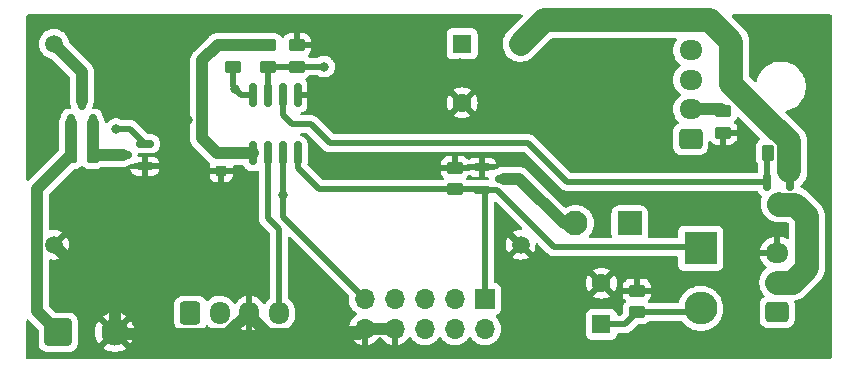
<source format=gbr>
%TF.GenerationSoftware,KiCad,Pcbnew,6.0.11-2627ca5db0~126~ubuntu22.04.1*%
%TF.CreationDate,2023-02-15T16:19:53+03:00*%
%TF.ProjectId,train_barrier,74726169-6e5f-4626-9172-726965722e6b,rev?*%
%TF.SameCoordinates,Original*%
%TF.FileFunction,Copper,L2,Bot*%
%TF.FilePolarity,Positive*%
%FSLAX46Y46*%
G04 Gerber Fmt 4.6, Leading zero omitted, Abs format (unit mm)*
G04 Created by KiCad (PCBNEW 6.0.11-2627ca5db0~126~ubuntu22.04.1) date 2023-02-15 16:19:53*
%MOMM*%
%LPD*%
G01*
G04 APERTURE LIST*
G04 Aperture macros list*
%AMRoundRect*
0 Rectangle with rounded corners*
0 $1 Rounding radius*
0 $2 $3 $4 $5 $6 $7 $8 $9 X,Y pos of 4 corners*
0 Add a 4 corners polygon primitive as box body*
4,1,4,$2,$3,$4,$5,$6,$7,$8,$9,$2,$3,0*
0 Add four circle primitives for the rounded corners*
1,1,$1+$1,$2,$3*
1,1,$1+$1,$4,$5*
1,1,$1+$1,$6,$7*
1,1,$1+$1,$8,$9*
0 Add four rect primitives between the rounded corners*
20,1,$1+$1,$2,$3,$4,$5,0*
20,1,$1+$1,$4,$5,$6,$7,0*
20,1,$1+$1,$6,$7,$8,$9,0*
20,1,$1+$1,$8,$9,$2,$3,0*%
G04 Aperture macros list end*
%TA.AperFunction,ComponentPad*%
%ADD10RoundRect,0.250000X-0.600000X-0.725000X0.600000X-0.725000X0.600000X0.725000X-0.600000X0.725000X0*%
%TD*%
%TA.AperFunction,ComponentPad*%
%ADD11O,1.700000X1.950000*%
%TD*%
%TA.AperFunction,ComponentPad*%
%ADD12RoundRect,0.250000X0.725000X-0.600000X0.725000X0.600000X-0.725000X0.600000X-0.725000X-0.600000X0*%
%TD*%
%TA.AperFunction,ComponentPad*%
%ADD13O,1.950000X1.700000*%
%TD*%
%TA.AperFunction,ComponentPad*%
%ADD14R,1.600000X1.600000*%
%TD*%
%TA.AperFunction,ComponentPad*%
%ADD15C,1.600000*%
%TD*%
%TA.AperFunction,ComponentPad*%
%ADD16C,1.500000*%
%TD*%
%TA.AperFunction,ComponentPad*%
%ADD17R,1.700000X1.700000*%
%TD*%
%TA.AperFunction,ComponentPad*%
%ADD18O,1.700000X1.700000*%
%TD*%
%TA.AperFunction,ComponentPad*%
%ADD19R,2.800000X2.800000*%
%TD*%
%TA.AperFunction,ComponentPad*%
%ADD20O,2.800000X2.800000*%
%TD*%
%TA.AperFunction,SMDPad,CuDef*%
%ADD21RoundRect,0.150000X-0.150000X0.587500X-0.150000X-0.587500X0.150000X-0.587500X0.150000X0.587500X0*%
%TD*%
%TA.AperFunction,SMDPad,CuDef*%
%ADD22RoundRect,0.150000X0.150000X-0.587500X0.150000X0.587500X-0.150000X0.587500X-0.150000X-0.587500X0*%
%TD*%
%TA.AperFunction,SMDPad,CuDef*%
%ADD23RoundRect,0.250000X0.450000X-0.262500X0.450000X0.262500X-0.450000X0.262500X-0.450000X-0.262500X0*%
%TD*%
%TA.AperFunction,SMDPad,CuDef*%
%ADD24RoundRect,0.250000X-0.450000X0.262500X-0.450000X-0.262500X0.450000X-0.262500X0.450000X0.262500X0*%
%TD*%
%TA.AperFunction,SMDPad,CuDef*%
%ADD25RoundRect,0.150000X0.587500X0.150000X-0.587500X0.150000X-0.587500X-0.150000X0.587500X-0.150000X0*%
%TD*%
%TA.AperFunction,SMDPad,CuDef*%
%ADD26RoundRect,0.225000X-0.250000X0.225000X-0.250000X-0.225000X0.250000X-0.225000X0.250000X0.225000X0*%
%TD*%
%TA.AperFunction,ComponentPad*%
%ADD27RoundRect,0.250001X-0.899999X-0.899999X0.899999X-0.899999X0.899999X0.899999X-0.899999X0.899999X0*%
%TD*%
%TA.AperFunction,ComponentPad*%
%ADD28C,2.300000*%
%TD*%
%TA.AperFunction,SMDPad,CuDef*%
%ADD29RoundRect,0.150000X-0.150000X0.825000X-0.150000X-0.825000X0.150000X-0.825000X0.150000X0.825000X0*%
%TD*%
%TA.AperFunction,SMDPad,CuDef*%
%ADD30RoundRect,0.250000X-0.262500X-0.450000X0.262500X-0.450000X0.262500X0.450000X-0.262500X0.450000X0*%
%TD*%
%TA.AperFunction,ComponentPad*%
%ADD31RoundRect,0.250001X0.799999X0.799999X-0.799999X0.799999X-0.799999X-0.799999X0.799999X-0.799999X0*%
%TD*%
%TA.AperFunction,ComponentPad*%
%ADD32C,2.100000*%
%TD*%
%TA.AperFunction,SMDPad,CuDef*%
%ADD33RoundRect,0.150000X-0.587500X-0.150000X0.587500X-0.150000X0.587500X0.150000X-0.587500X0.150000X0*%
%TD*%
%TA.AperFunction,SMDPad,CuDef*%
%ADD34RoundRect,0.250000X0.262500X0.450000X-0.262500X0.450000X-0.262500X-0.450000X0.262500X-0.450000X0*%
%TD*%
%TA.AperFunction,ViaPad*%
%ADD35C,0.800000*%
%TD*%
%TA.AperFunction,Conductor*%
%ADD36C,1.000000*%
%TD*%
%TA.AperFunction,Conductor*%
%ADD37C,0.500000*%
%TD*%
%TA.AperFunction,Conductor*%
%ADD38C,2.000000*%
%TD*%
G04 APERTURE END LIST*
D10*
%TO.P,SW1,1,C*%
%TO.N,Net-(BT1-Pad1)*%
X77400000Y-51000000D03*
D11*
%TO.P,SW1,2,D*%
%TO.N,Net-(Q2-Pad3)*%
X79900000Y-51000000D03*
%TO.P,SW1,3,C*%
%TO.N,GND*%
X82400000Y-51000000D03*
%TO.P,SW1,4,D*%
%TO.N,BUTTON*%
X84900000Y-51000000D03*
%TD*%
D12*
%TO.P,M1,1,PWM*%
%TO.N,SERVO_PWM*%
X127075000Y-50900000D03*
D13*
%TO.P,M1,2,+*%
%TO.N,Net-(D3-Pad2)*%
X127075000Y-48400000D03*
%TO.P,M1,3,-*%
%TO.N,GND*%
X127075000Y-45900000D03*
%TD*%
D14*
%TO.P,C6,1*%
%TO.N,PWR_EN*%
X112200000Y-51955302D03*
D15*
%TO.P,C6,2*%
%TO.N,GND*%
X112200000Y-48455302D03*
%TD*%
D16*
%TO.P,U1,1,IN_VCC*%
%TO.N,Net-(Q2-Pad3)*%
X65850000Y-28200000D03*
%TO.P,U1,2,IN_GND*%
%TO.N,GND*%
X65850000Y-45200000D03*
%TO.P,U1,3,OUT_GND*%
X105350000Y-45200000D03*
%TO.P,U1,4,OUT_VCC*%
%TO.N,+5V*%
X105350000Y-28200000D03*
%TD*%
D17*
%TO.P,J1,1,Pin_1*%
%TO.N,NOISE*%
X102325000Y-49800000D03*
D18*
%TO.P,J1,2,Pin_2*%
%TO.N,+5V*%
X102325000Y-52340000D03*
%TO.P,J1,3,Pin_3*%
%TO.N,unconnected-(J1-Pad3)*%
X99785000Y-49800000D03*
%TO.P,J1,4,Pin_4*%
%TO.N,unconnected-(J1-Pad4)*%
X99785000Y-52340000D03*
%TO.P,J1,5,Pin_5*%
%TO.N,RESET*%
X97245000Y-49800000D03*
%TO.P,J1,6,Pin_6*%
%TO.N,unconnected-(J1-Pad6)*%
X97245000Y-52340000D03*
%TO.P,J1,7,Pin_7*%
%TO.N,BUTTON*%
X94705000Y-49800000D03*
%TO.P,J1,8,Pin_8*%
%TO.N,GND*%
X94705000Y-52340000D03*
%TO.P,J1,9,Pin_9*%
%TO.N,SERVO_PWM*%
X92165000Y-49800000D03*
%TO.P,J1,10,Pin_10*%
%TO.N,GND*%
X92165000Y-52340000D03*
%TD*%
D12*
%TO.P,D2,1,A1*%
%TO.N,Net-(D2-Pad1)*%
X119750000Y-36250000D03*
D13*
%TO.P,D2,2,K1*%
%TO.N,Net-(D2-Pad2)*%
X119750000Y-33750000D03*
%TO.P,D2,3,A2*%
%TO.N,Net-(D2-Pad3)*%
X119750000Y-31250000D03*
%TO.P,D2,4,K2*%
%TO.N,Net-(D2-Pad4)*%
X119750000Y-28750000D03*
%TD*%
D19*
%TO.P,D1,1,K*%
%TO.N,NOISE*%
X120600000Y-45503712D03*
D20*
%TO.P,D1,2,A*%
%TO.N,PWR_EN*%
X120600000Y-50583712D03*
%TD*%
D21*
%TO.P,Q4,1,G*%
%TO.N,SERVO_EN*%
X126250000Y-39862500D03*
%TO.P,Q4,2,S*%
%TO.N,+5V*%
X128150000Y-39862500D03*
%TO.P,Q4,3,D*%
%TO.N,Net-(D3-Pad2)*%
X127200000Y-41737500D03*
%TD*%
D22*
%TO.P,Q2,1,G*%
%TO.N,Net-(Q1-Pad3)*%
X69150000Y-34937500D03*
%TO.P,Q2,2,S*%
%TO.N,Net-(BT1-Pad1)*%
X67250000Y-34937500D03*
%TO.P,Q2,3,D*%
%TO.N,Net-(Q2-Pad3)*%
X68200000Y-33062500D03*
%TD*%
D23*
%TO.P,R9,1*%
%TO.N,NOISE*%
X99800000Y-40512500D03*
%TO.P,R9,2*%
%TO.N,GND*%
X99800000Y-38687500D03*
%TD*%
%TO.P,R7,1*%
%TO.N,LED*%
X84000000Y-30112500D03*
%TO.P,R7,2*%
%TO.N,+5V*%
X84000000Y-28287500D03*
%TD*%
D24*
%TO.P,R8,1*%
%TO.N,Net-(D2-Pad2)*%
X122500000Y-33887500D03*
%TO.P,R8,2*%
%TO.N,GND*%
X122500000Y-35712500D03*
%TD*%
D25*
%TO.P,Q1,1,G*%
%TO.N,PWR_EN*%
X73537500Y-36650000D03*
%TO.P,Q1,2,S*%
%TO.N,GND*%
X73537500Y-38550000D03*
%TO.P,Q1,3,D*%
%TO.N,Net-(Q1-Pad3)*%
X71662500Y-37600000D03*
%TD*%
D26*
%TO.P,C4,1*%
%TO.N,+5V*%
X80000000Y-37425000D03*
%TO.P,C4,2*%
%TO.N,GND*%
X80000000Y-38975000D03*
%TD*%
D24*
%TO.P,R3,1*%
%TO.N,GND*%
X115200000Y-49087500D03*
%TO.P,R3,2*%
%TO.N,PWR_EN*%
X115200000Y-50912500D03*
%TD*%
D27*
%TO.P,BT1,1,+*%
%TO.N,Net-(BT1-Pad1)*%
X66200000Y-52600000D03*
D28*
%TO.P,BT1,2,-*%
%TO.N,GND*%
X71000000Y-52600000D03*
%TD*%
D23*
%TO.P,R2,1*%
%TO.N,RESET*%
X81000000Y-30112500D03*
%TO.P,R2,2*%
%TO.N,+5V*%
X81000000Y-28287500D03*
%TD*%
D14*
%TO.P,C1,1*%
%TO.N,+5V*%
X100400000Y-28192047D03*
D15*
%TO.P,C1,2*%
%TO.N,GND*%
X100400000Y-33192047D03*
%TD*%
D29*
%TO.P,U2,1,~{RESET}/PB5*%
%TO.N,RESET*%
X82695000Y-32525000D03*
%TO.P,U2,2,PB3*%
%TO.N,LED*%
X83965000Y-32525000D03*
%TO.P,U2,3,PB4*%
%TO.N,SERVO_EN*%
X85235000Y-32525000D03*
%TO.P,U2,4,GND*%
%TO.N,GND*%
X86505000Y-32525000D03*
%TO.P,U2,5,PB0*%
%TO.N,NOISE*%
X86505000Y-37475000D03*
%TO.P,U2,6,PB1*%
%TO.N,SERVO_PWM*%
X85235000Y-37475000D03*
%TO.P,U2,7,PB2*%
%TO.N,BUTTON*%
X83965000Y-37475000D03*
%TO.P,U2,8,VCC*%
%TO.N,+5V*%
X82695000Y-37475000D03*
%TD*%
D30*
%TO.P,R4,1*%
%TO.N,SERVO_EN*%
X126287500Y-37400000D03*
%TO.P,R4,2*%
%TO.N,+5V*%
X128112500Y-37400000D03*
%TD*%
D23*
%TO.P,R5,1*%
%TO.N,LED*%
X86400000Y-30112500D03*
%TO.P,R5,2*%
%TO.N,GND*%
X86400000Y-28287500D03*
%TD*%
D31*
%TO.P,LS1,1,1*%
%TO.N,Net-(LS1-Pad1)*%
X114600000Y-43400000D03*
D32*
%TO.P,LS1,2,2*%
%TO.N,Net-(LS1-Pad2)*%
X110000000Y-43400000D03*
%TD*%
D33*
%TO.P,Q6,1,G*%
%TO.N,NOISE*%
X102062500Y-40550000D03*
%TO.P,Q6,2,S*%
%TO.N,GND*%
X102062500Y-38650000D03*
%TO.P,Q6,3,D*%
%TO.N,Net-(LS1-Pad2)*%
X103937500Y-39600000D03*
%TD*%
D34*
%TO.P,R1,1*%
%TO.N,Net-(Q1-Pad3)*%
X69112500Y-37600000D03*
%TO.P,R1,2*%
%TO.N,Net-(BT1-Pad1)*%
X67287500Y-37600000D03*
%TD*%
D35*
%TO.N,GND*%
X77162661Y-34600000D03*
X95200000Y-38600000D03*
X107750000Y-29150000D03*
X95200000Y-34600000D03*
X100225000Y-29775000D03*
%TO.N,PWR_EN*%
X71100500Y-35400000D03*
%TO.N,+5V*%
X78400000Y-36200000D03*
%TO.N,RESET*%
X81200000Y-32000000D03*
%TO.N,SERVO_PWM*%
X85200000Y-41000000D03*
%TO.N,LED*%
X88712500Y-30112500D03*
%TD*%
D36*
%TO.N,Net-(BT1-Pad1)*%
X66200000Y-52600000D02*
X64400000Y-50800000D01*
X67250000Y-34937500D02*
X67250000Y-37562500D01*
X64400000Y-40487500D02*
X67287500Y-37600000D01*
X64400000Y-50800000D02*
X64400000Y-40487500D01*
X67250000Y-37562500D02*
X67287500Y-37600000D01*
%TO.N,GND*%
X71000000Y-50350000D02*
X66025000Y-45375000D01*
X71000000Y-52600000D02*
X71000000Y-50350000D01*
X82450000Y-51250000D02*
X84000000Y-52800000D01*
X84000000Y-52800000D02*
X91705000Y-52800000D01*
X71200000Y-52800000D02*
X80525000Y-52800000D01*
X80525000Y-52800000D02*
X82450000Y-50875000D01*
X92165000Y-52340000D02*
X94705000Y-52340000D01*
X91705000Y-52800000D02*
X92165000Y-52340000D01*
D37*
%TO.N,PWR_EN*%
X115200000Y-50912500D02*
X120271212Y-50912500D01*
X71100500Y-35400000D02*
X72287500Y-35400000D01*
X72287500Y-35400000D02*
X73537500Y-36650000D01*
X114157198Y-51955302D02*
X115200000Y-50912500D01*
X112200000Y-51955302D02*
X114157198Y-51955302D01*
%TO.N,NOISE*%
X102325000Y-49800000D02*
X102325000Y-40812500D01*
X108200000Y-45400000D02*
X120496288Y-45400000D01*
X103350000Y-40550000D02*
X108200000Y-45400000D01*
X102325000Y-40812500D02*
X102062500Y-40550000D01*
X88312500Y-40512500D02*
X86505000Y-38705000D01*
X102062500Y-40550000D02*
X103350000Y-40550000D01*
X99800000Y-40512500D02*
X102025000Y-40512500D01*
X99800000Y-40512500D02*
X88312500Y-40512500D01*
X86505000Y-38705000D02*
X86505000Y-37475000D01*
D38*
%TO.N,+5V*%
X128112500Y-36461890D02*
X127150610Y-35500000D01*
X127069489Y-35500000D02*
X123200000Y-31630511D01*
X128112500Y-37400000D02*
X128112500Y-36461890D01*
D36*
X78398054Y-29601946D02*
X79712500Y-28287500D01*
D38*
X127150610Y-35500000D02*
X127069489Y-35500000D01*
X107350000Y-26200000D02*
X105350000Y-28200000D01*
X128112500Y-37400000D02*
X128112500Y-39000000D01*
D36*
X79675000Y-37475000D02*
X82695000Y-37475000D01*
D38*
X121400000Y-26200000D02*
X107350000Y-26200000D01*
X123200000Y-31630511D02*
X123200000Y-28000000D01*
D36*
X78400000Y-36200000D02*
X79675000Y-37475000D01*
X78400000Y-36200000D02*
X78398054Y-36198054D01*
X79712500Y-28287500D02*
X84000000Y-28287500D01*
X78398054Y-36198054D02*
X78398054Y-29601946D01*
D38*
X123200000Y-28000000D02*
X121400000Y-26200000D01*
D37*
%TO.N,RESET*%
X81725000Y-32525000D02*
X82695000Y-32525000D01*
X81000000Y-30112500D02*
X81000000Y-31800000D01*
X81000000Y-31800000D02*
X81200000Y-32000000D01*
X81200000Y-32000000D02*
X81725000Y-32525000D01*
%TO.N,SERVO_EN*%
X109262500Y-39862500D02*
X126250000Y-39862500D01*
X126250000Y-39862500D02*
X126250000Y-37437500D01*
X106000000Y-36600000D02*
X109262500Y-39862500D01*
X86000000Y-35000000D02*
X85235000Y-34235000D01*
X85235000Y-34235000D02*
X85235000Y-32525000D01*
X89200000Y-36600000D02*
X106000000Y-36600000D01*
X87600000Y-35000000D02*
X89200000Y-36600000D01*
X87600000Y-35000000D02*
X86000000Y-35000000D01*
%TO.N,SERVO_PWM*%
X85235000Y-42835000D02*
X85235000Y-37475000D01*
X92165000Y-49765000D02*
X85235000Y-42835000D01*
D36*
%TO.N,Net-(LS1-Pad2)*%
X109000000Y-43400000D02*
X110000000Y-43400000D01*
X103937500Y-39600000D02*
X105200000Y-39600000D01*
X105200000Y-39600000D02*
X109000000Y-43400000D01*
D38*
%TO.N,Net-(D3-Pad2)*%
X127262500Y-41800000D02*
X128600000Y-41800000D01*
X129600000Y-42800000D02*
X129600000Y-47200000D01*
X128400000Y-48400000D02*
X127075000Y-48400000D01*
X127200000Y-41737500D02*
X127262500Y-41800000D01*
X128600000Y-41800000D02*
X129600000Y-42800000D01*
X129600000Y-47200000D02*
X128400000Y-48400000D01*
D36*
%TO.N,Net-(Q1-Pad3)*%
X69150000Y-34937500D02*
X69150000Y-37562500D01*
X69112500Y-37600000D02*
X71662500Y-37600000D01*
X69150000Y-37562500D02*
X69112500Y-37600000D01*
%TO.N,Net-(Q2-Pad3)*%
X68200000Y-33062500D02*
X68200000Y-30550000D01*
X68200000Y-30550000D02*
X65850000Y-28200000D01*
D37*
%TO.N,LED*%
X84000000Y-30112500D02*
X86400000Y-30112500D01*
X83940000Y-32400000D02*
X83940000Y-30172500D01*
X88712500Y-30112500D02*
X86400000Y-30112500D01*
%TO.N,BUTTON*%
X83965000Y-42965000D02*
X83965000Y-37475000D01*
X84900000Y-51000000D02*
X84900000Y-43900000D01*
X84900000Y-43900000D02*
X83965000Y-42965000D01*
D36*
%TO.N,Net-(D2-Pad2)*%
X122362500Y-33750000D02*
X122500000Y-33887500D01*
X119750000Y-33750000D02*
X122362500Y-33750000D01*
%TD*%
%TA.AperFunction,Conductor*%
%TO.N,GND*%
G36*
X105472090Y-25728502D02*
G01*
X105518583Y-25782158D01*
X105528687Y-25852432D01*
X105499193Y-25917012D01*
X105493064Y-25923595D01*
X104240195Y-27176464D01*
X104238569Y-27178374D01*
X104238563Y-27178381D01*
X104132083Y-27303495D01*
X104122530Y-27314720D01*
X103996779Y-27522358D01*
X103905845Y-27747429D01*
X103904725Y-27752359D01*
X103854964Y-27971386D01*
X103852065Y-27984144D01*
X103851747Y-27989191D01*
X103851747Y-27989194D01*
X103847710Y-28053357D01*
X103836822Y-28226413D01*
X103860511Y-28468002D01*
X103922519Y-28702696D01*
X104021254Y-28924456D01*
X104154174Y-29127578D01*
X104225209Y-29205372D01*
X104312827Y-29301326D01*
X104317858Y-29306836D01*
X104406001Y-29376697D01*
X104504129Y-29454473D01*
X104504135Y-29454477D01*
X104508098Y-29457618D01*
X104592644Y-29504869D01*
X104683046Y-29555393D01*
X104719998Y-29576045D01*
X104814749Y-29610532D01*
X104943348Y-29657339D01*
X104943353Y-29657340D01*
X104948105Y-29659070D01*
X104953074Y-29660018D01*
X104953078Y-29660019D01*
X105181578Y-29703607D01*
X105186553Y-29704556D01*
X105342051Y-29708900D01*
X105424150Y-29711193D01*
X105424153Y-29711193D01*
X105429205Y-29711334D01*
X105434218Y-29710665D01*
X105434220Y-29710665D01*
X105664806Y-29679898D01*
X105669820Y-29679229D01*
X105674661Y-29677767D01*
X105674663Y-29677767D01*
X105897357Y-29610532D01*
X105897361Y-29610530D01*
X105902208Y-29609067D01*
X106120388Y-29502654D01*
X106237768Y-29419851D01*
X106315514Y-29365007D01*
X106315518Y-29365004D01*
X106318747Y-29362726D01*
X106331308Y-29351256D01*
X106339187Y-29344062D01*
X106339195Y-29344054D01*
X106340250Y-29343091D01*
X107937936Y-27745405D01*
X108000248Y-27711379D01*
X108027031Y-27708500D01*
X118455801Y-27708500D01*
X118523922Y-27728502D01*
X118570415Y-27782158D01*
X118580519Y-27852432D01*
X118556890Y-27909712D01*
X118466246Y-28031542D01*
X118463830Y-28036293D01*
X118463828Y-28036297D01*
X118414003Y-28134297D01*
X118361760Y-28237051D01*
X118360178Y-28242145D01*
X118360177Y-28242148D01*
X118306848Y-28413894D01*
X118293393Y-28457227D01*
X118292692Y-28462516D01*
X118264261Y-28677033D01*
X118263102Y-28685774D01*
X118263302Y-28691103D01*
X118263302Y-28691105D01*
X118263911Y-28707314D01*
X118271751Y-28916158D01*
X118319093Y-29141791D01*
X118321051Y-29146750D01*
X118321052Y-29146752D01*
X118398591Y-29343091D01*
X118403776Y-29356221D01*
X118406543Y-29360780D01*
X118406544Y-29360783D01*
X118457111Y-29444115D01*
X118523377Y-29553317D01*
X118526874Y-29557347D01*
X118660497Y-29711334D01*
X118674477Y-29727445D01*
X118678608Y-29730832D01*
X118848627Y-29870240D01*
X118848633Y-29870244D01*
X118852755Y-29873624D01*
X118884250Y-29891552D01*
X118933555Y-29942632D01*
X118947417Y-30012262D01*
X118921434Y-30078333D01*
X118892284Y-30105573D01*
X118770681Y-30187441D01*
X118603865Y-30346576D01*
X118600682Y-30350854D01*
X118595465Y-30357866D01*
X118466246Y-30531542D01*
X118463830Y-30536293D01*
X118463828Y-30536297D01*
X118432337Y-30598236D01*
X118361760Y-30737051D01*
X118360178Y-30742145D01*
X118360177Y-30742148D01*
X118320167Y-30871000D01*
X118293393Y-30957227D01*
X118292692Y-30962516D01*
X118264993Y-31171509D01*
X118263102Y-31185774D01*
X118271751Y-31416158D01*
X118319093Y-31641791D01*
X118321051Y-31646750D01*
X118321052Y-31646752D01*
X118362570Y-31751880D01*
X118403776Y-31856221D01*
X118406543Y-31860780D01*
X118406544Y-31860783D01*
X118468304Y-31962560D01*
X118523377Y-32053317D01*
X118526874Y-32057347D01*
X118641922Y-32189928D01*
X118674477Y-32227445D01*
X118694099Y-32243534D01*
X118848627Y-32370240D01*
X118848633Y-32370244D01*
X118852755Y-32373624D01*
X118884250Y-32391552D01*
X118933555Y-32442632D01*
X118947417Y-32512262D01*
X118921434Y-32578333D01*
X118892284Y-32605573D01*
X118888011Y-32608450D01*
X118770681Y-32687441D01*
X118766824Y-32691120D01*
X118766822Y-32691122D01*
X118717688Y-32737994D01*
X118603865Y-32846576D01*
X118600682Y-32850854D01*
X118551952Y-32916350D01*
X118466246Y-33031542D01*
X118463830Y-33036293D01*
X118463828Y-33036297D01*
X118436492Y-33090064D01*
X118361760Y-33237051D01*
X118360178Y-33242145D01*
X118360177Y-33242148D01*
X118341126Y-33303502D01*
X118293393Y-33457227D01*
X118292692Y-33462516D01*
X118271383Y-33623296D01*
X118263102Y-33685774D01*
X118271751Y-33916158D01*
X118319093Y-34141791D01*
X118321051Y-34146750D01*
X118321052Y-34146752D01*
X118391680Y-34325591D01*
X118403776Y-34356221D01*
X118406543Y-34360780D01*
X118406544Y-34360783D01*
X118453422Y-34438035D01*
X118523377Y-34553317D01*
X118526874Y-34557347D01*
X118669001Y-34721134D01*
X118674477Y-34727445D01*
X118710120Y-34756670D01*
X118750114Y-34815329D01*
X118752046Y-34886299D01*
X118715302Y-34947048D01*
X118696532Y-34961248D01*
X118662686Y-34982193D01*
X118550652Y-35051522D01*
X118425695Y-35176697D01*
X118421855Y-35182927D01*
X118421854Y-35182928D01*
X118373722Y-35261013D01*
X118332885Y-35327262D01*
X118330581Y-35334209D01*
X118284645Y-35472703D01*
X118277203Y-35495139D01*
X118266500Y-35599600D01*
X118266500Y-36900400D01*
X118266837Y-36903646D01*
X118266837Y-36903650D01*
X118271141Y-36945125D01*
X118277474Y-37006166D01*
X118333450Y-37173946D01*
X118426522Y-37324348D01*
X118551697Y-37449305D01*
X118557927Y-37453145D01*
X118557928Y-37453146D01*
X118695090Y-37537694D01*
X118702262Y-37542115D01*
X118782005Y-37568564D01*
X118863611Y-37595632D01*
X118863613Y-37595632D01*
X118870139Y-37597797D01*
X118876975Y-37598497D01*
X118876978Y-37598498D01*
X118920031Y-37602909D01*
X118974600Y-37608500D01*
X120525400Y-37608500D01*
X120528646Y-37608163D01*
X120528650Y-37608163D01*
X120624308Y-37598238D01*
X120624312Y-37598237D01*
X120631166Y-37597526D01*
X120637702Y-37595345D01*
X120637704Y-37595345D01*
X120769806Y-37551272D01*
X120798946Y-37541550D01*
X120949348Y-37448478D01*
X120988613Y-37409145D01*
X121069134Y-37328483D01*
X121074305Y-37323303D01*
X121124777Y-37241423D01*
X121163275Y-37178968D01*
X121163276Y-37178966D01*
X121167115Y-37172738D01*
X121222797Y-37004861D01*
X121233500Y-36900400D01*
X121233500Y-36533919D01*
X121253502Y-36465798D01*
X121307158Y-36419305D01*
X121377432Y-36409201D01*
X121442012Y-36438695D01*
X121451913Y-36449039D01*
X121451917Y-36449035D01*
X121571829Y-36568739D01*
X121583240Y-36577751D01*
X121721243Y-36662816D01*
X121734424Y-36668963D01*
X121888710Y-36720138D01*
X121902086Y-36723005D01*
X121996438Y-36732672D01*
X122002854Y-36733000D01*
X122227885Y-36733000D01*
X122243124Y-36728525D01*
X122244329Y-36727135D01*
X122246000Y-36719452D01*
X122246000Y-36714884D01*
X122754000Y-36714884D01*
X122758475Y-36730123D01*
X122759865Y-36731328D01*
X122767548Y-36732999D01*
X122997095Y-36732999D01*
X123003614Y-36732662D01*
X123099206Y-36722743D01*
X123112600Y-36719851D01*
X123266784Y-36668412D01*
X123279962Y-36662239D01*
X123417807Y-36576937D01*
X123429208Y-36567901D01*
X123543739Y-36453171D01*
X123552751Y-36441760D01*
X123637816Y-36303757D01*
X123643963Y-36290576D01*
X123695138Y-36136290D01*
X123698005Y-36122914D01*
X123707672Y-36028562D01*
X123708000Y-36022146D01*
X123708000Y-35984615D01*
X123703525Y-35969376D01*
X123702135Y-35968171D01*
X123694452Y-35966500D01*
X122772115Y-35966500D01*
X122756876Y-35970975D01*
X122755671Y-35972365D01*
X122754000Y-35980048D01*
X122754000Y-36714884D01*
X122246000Y-36714884D01*
X122246000Y-35584500D01*
X122266002Y-35516379D01*
X122319658Y-35469886D01*
X122372000Y-35458500D01*
X123689884Y-35458500D01*
X123705123Y-35454025D01*
X123706328Y-35452635D01*
X123707999Y-35444952D01*
X123707999Y-35402905D01*
X123707662Y-35396386D01*
X123697743Y-35300794D01*
X123694851Y-35287400D01*
X123643412Y-35133216D01*
X123637239Y-35120038D01*
X123551937Y-34982193D01*
X123542901Y-34970792D01*
X123461538Y-34889570D01*
X123427459Y-34827287D01*
X123432462Y-34756467D01*
X123461383Y-34711380D01*
X123544130Y-34628488D01*
X123544134Y-34628483D01*
X123549305Y-34623303D01*
X123566277Y-34595769D01*
X123638275Y-34478968D01*
X123638276Y-34478966D01*
X123642115Y-34472738D01*
X123644419Y-34465791D01*
X123647513Y-34459156D01*
X123648770Y-34459742D01*
X123684707Y-34407875D01*
X123750272Y-34380641D01*
X123820153Y-34393178D01*
X123852959Y-34416811D01*
X125584555Y-36148407D01*
X125618581Y-36210719D01*
X125613516Y-36281534D01*
X125570969Y-36338370D01*
X125561765Y-36344645D01*
X125550652Y-36351522D01*
X125425695Y-36476697D01*
X125421855Y-36482927D01*
X125421854Y-36482928D01*
X125344710Y-36608079D01*
X125332885Y-36627262D01*
X125277203Y-36795139D01*
X125266500Y-36899600D01*
X125266500Y-37900400D01*
X125266837Y-37903646D01*
X125266837Y-37903650D01*
X125274392Y-37976459D01*
X125277474Y-38006166D01*
X125279655Y-38012702D01*
X125279655Y-38012704D01*
X125304741Y-38087896D01*
X125333450Y-38173946D01*
X125426522Y-38324348D01*
X125431704Y-38329521D01*
X125431708Y-38329526D01*
X125454517Y-38352295D01*
X125488597Y-38414577D01*
X125491500Y-38441468D01*
X125491500Y-38978000D01*
X125471498Y-39046121D01*
X125417842Y-39092614D01*
X125365500Y-39104000D01*
X109628871Y-39104000D01*
X109560750Y-39083998D01*
X109539776Y-39067095D01*
X106583770Y-36111089D01*
X106571384Y-36096677D01*
X106562851Y-36085082D01*
X106562846Y-36085077D01*
X106558508Y-36079182D01*
X106552930Y-36074443D01*
X106552927Y-36074440D01*
X106518232Y-36044965D01*
X106510716Y-36038035D01*
X106505021Y-36032340D01*
X106492136Y-36022146D01*
X106482749Y-36014719D01*
X106479345Y-36011928D01*
X106429297Y-35969409D01*
X106429295Y-35969408D01*
X106423715Y-35964667D01*
X106417199Y-35961339D01*
X106412150Y-35957972D01*
X106407021Y-35954805D01*
X106401284Y-35950266D01*
X106335125Y-35919345D01*
X106331225Y-35917439D01*
X106316034Y-35909682D01*
X106266192Y-35884231D01*
X106259084Y-35882492D01*
X106253441Y-35880393D01*
X106247678Y-35878476D01*
X106241050Y-35875378D01*
X106169583Y-35860513D01*
X106165299Y-35859543D01*
X106094390Y-35842192D01*
X106088788Y-35841844D01*
X106088785Y-35841844D01*
X106083236Y-35841500D01*
X106083238Y-35841464D01*
X106079245Y-35841225D01*
X106075053Y-35840851D01*
X106067885Y-35839360D01*
X106001675Y-35841151D01*
X105990479Y-35841454D01*
X105987072Y-35841500D01*
X89566371Y-35841500D01*
X89498250Y-35821498D01*
X89477276Y-35804595D01*
X88183770Y-34511089D01*
X88171384Y-34496677D01*
X88162851Y-34485082D01*
X88162846Y-34485077D01*
X88158508Y-34479182D01*
X88152930Y-34474443D01*
X88152927Y-34474440D01*
X88118232Y-34444965D01*
X88110716Y-34438035D01*
X88105021Y-34432340D01*
X88085393Y-34416811D01*
X88082749Y-34414719D01*
X88079345Y-34411928D01*
X88029297Y-34369409D01*
X88029295Y-34369408D01*
X88023715Y-34364667D01*
X88017199Y-34361339D01*
X88012150Y-34357972D01*
X88007021Y-34354805D01*
X88001284Y-34350266D01*
X87935125Y-34319345D01*
X87931225Y-34317439D01*
X87866192Y-34284231D01*
X87859084Y-34282492D01*
X87853441Y-34280393D01*
X87847678Y-34278476D01*
X87846893Y-34278109D01*
X99678493Y-34278109D01*
X99687789Y-34290124D01*
X99738994Y-34325978D01*
X99748489Y-34331461D01*
X99945947Y-34423537D01*
X99956239Y-34427283D01*
X100166688Y-34483672D01*
X100177481Y-34485575D01*
X100394525Y-34504564D01*
X100405475Y-34504564D01*
X100622519Y-34485575D01*
X100633312Y-34483672D01*
X100843761Y-34427283D01*
X100854053Y-34423537D01*
X101051511Y-34331461D01*
X101061006Y-34325978D01*
X101113048Y-34289538D01*
X101121424Y-34279059D01*
X101114356Y-34265613D01*
X100412812Y-33564069D01*
X100398868Y-33556455D01*
X100397035Y-33556586D01*
X100390420Y-33560837D01*
X99684923Y-34266334D01*
X99678493Y-34278109D01*
X87846893Y-34278109D01*
X87841050Y-34275378D01*
X87769583Y-34260513D01*
X87765299Y-34259543D01*
X87736839Y-34252579D01*
X87694390Y-34242192D01*
X87688788Y-34241844D01*
X87688785Y-34241844D01*
X87683236Y-34241500D01*
X87683238Y-34241464D01*
X87679245Y-34241225D01*
X87675053Y-34240851D01*
X87667885Y-34239360D01*
X87601675Y-34241151D01*
X87590479Y-34241454D01*
X87587072Y-34241500D01*
X86830260Y-34241500D01*
X86762139Y-34221498D01*
X86715646Y-34167842D01*
X86705542Y-34097568D01*
X86735036Y-34032988D01*
X86795106Y-33994503D01*
X86910790Y-33960893D01*
X86925221Y-33954648D01*
X87054678Y-33878089D01*
X87067104Y-33868449D01*
X87173449Y-33762104D01*
X87183089Y-33749678D01*
X87259648Y-33620221D01*
X87265893Y-33605790D01*
X87308269Y-33459935D01*
X87310570Y-33447333D01*
X87312807Y-33418916D01*
X87313000Y-33413986D01*
X87313000Y-33197522D01*
X99087483Y-33197522D01*
X99106472Y-33414566D01*
X99108375Y-33425359D01*
X99164764Y-33635808D01*
X99168510Y-33646100D01*
X99260586Y-33843558D01*
X99266069Y-33853053D01*
X99302509Y-33905095D01*
X99312988Y-33913471D01*
X99326434Y-33906403D01*
X100027978Y-33204859D01*
X100034356Y-33193179D01*
X100764408Y-33193179D01*
X100764539Y-33195012D01*
X100768790Y-33201627D01*
X101474287Y-33907124D01*
X101486062Y-33913554D01*
X101498077Y-33904258D01*
X101533931Y-33853053D01*
X101539414Y-33843558D01*
X101631490Y-33646100D01*
X101635236Y-33635808D01*
X101691625Y-33425359D01*
X101693528Y-33414566D01*
X101712517Y-33197522D01*
X101712517Y-33186572D01*
X101693528Y-32969528D01*
X101691625Y-32958735D01*
X101635236Y-32748286D01*
X101631490Y-32737994D01*
X101539414Y-32540536D01*
X101533931Y-32531041D01*
X101497491Y-32478999D01*
X101487012Y-32470623D01*
X101473566Y-32477691D01*
X100772022Y-33179235D01*
X100764408Y-33193179D01*
X100034356Y-33193179D01*
X100035592Y-33190915D01*
X100035461Y-33189082D01*
X100031210Y-33182467D01*
X99325713Y-32476970D01*
X99313938Y-32470540D01*
X99301923Y-32479836D01*
X99266069Y-32531041D01*
X99260586Y-32540536D01*
X99168510Y-32737994D01*
X99164764Y-32748286D01*
X99108375Y-32958735D01*
X99106472Y-32969528D01*
X99087483Y-33186572D01*
X99087483Y-33197522D01*
X87313000Y-33197522D01*
X87313000Y-32797115D01*
X87308525Y-32781876D01*
X87307135Y-32780671D01*
X87299452Y-32779000D01*
X86377000Y-32779000D01*
X86308879Y-32758998D01*
X86262386Y-32705342D01*
X86251000Y-32653000D01*
X86251000Y-32397000D01*
X86271002Y-32328879D01*
X86324658Y-32282386D01*
X86377000Y-32271000D01*
X87294884Y-32271000D01*
X87310123Y-32266525D01*
X87311328Y-32265135D01*
X87312999Y-32257452D01*
X87312999Y-32105035D01*
X99678576Y-32105035D01*
X99685644Y-32118481D01*
X100387188Y-32820025D01*
X100401132Y-32827639D01*
X100402965Y-32827508D01*
X100409580Y-32823257D01*
X101115077Y-32117760D01*
X101121507Y-32105985D01*
X101112211Y-32093970D01*
X101061006Y-32058116D01*
X101051511Y-32052633D01*
X100854053Y-31960557D01*
X100843761Y-31956811D01*
X100633312Y-31900422D01*
X100622519Y-31898519D01*
X100405475Y-31879530D01*
X100394525Y-31879530D01*
X100177481Y-31898519D01*
X100166688Y-31900422D01*
X99956239Y-31956811D01*
X99945947Y-31960557D01*
X99748489Y-32052633D01*
X99738994Y-32058116D01*
X99686952Y-32094556D01*
X99678576Y-32105035D01*
X87312999Y-32105035D01*
X87312999Y-31636017D01*
X87312805Y-31631080D01*
X87310570Y-31602664D01*
X87308270Y-31590069D01*
X87265893Y-31444210D01*
X87259648Y-31429779D01*
X87183089Y-31300322D01*
X87173449Y-31287896D01*
X87149239Y-31263686D01*
X87115213Y-31201374D01*
X87120278Y-31130559D01*
X87162825Y-31073723D01*
X87174172Y-31066916D01*
X87173946Y-31066550D01*
X87209678Y-31044438D01*
X87324348Y-30973478D01*
X87389731Y-30907982D01*
X87452013Y-30873903D01*
X87478903Y-30871000D01*
X88169913Y-30871000D01*
X88243972Y-30895063D01*
X88250402Y-30899735D01*
X88250409Y-30899739D01*
X88255748Y-30903618D01*
X88261776Y-30906302D01*
X88261778Y-30906303D01*
X88402900Y-30969134D01*
X88430212Y-30981294D01*
X88523613Y-31001147D01*
X88610556Y-31019628D01*
X88610561Y-31019628D01*
X88617013Y-31021000D01*
X88807987Y-31021000D01*
X88814439Y-31019628D01*
X88814444Y-31019628D01*
X88901387Y-31001147D01*
X88994788Y-30981294D01*
X89022100Y-30969134D01*
X89163222Y-30906303D01*
X89163224Y-30906302D01*
X89169252Y-30903618D01*
X89174597Y-30899735D01*
X89288194Y-30817201D01*
X89323753Y-30791366D01*
X89368069Y-30742148D01*
X89447121Y-30654352D01*
X89447122Y-30654351D01*
X89451540Y-30649444D01*
X89516053Y-30537704D01*
X89543723Y-30489779D01*
X89543724Y-30489778D01*
X89547027Y-30484056D01*
X89606042Y-30302428D01*
X89618128Y-30187441D01*
X89625314Y-30119065D01*
X89626004Y-30112500D01*
X89622711Y-30081171D01*
X89606732Y-29929135D01*
X89606732Y-29929133D01*
X89606042Y-29922572D01*
X89547027Y-29740944D01*
X89525471Y-29703607D01*
X89499757Y-29659070D01*
X89451540Y-29575556D01*
X89421035Y-29541676D01*
X89328175Y-29438545D01*
X89328174Y-29438544D01*
X89323753Y-29433634D01*
X89197724Y-29342068D01*
X89174594Y-29325263D01*
X89174593Y-29325262D01*
X89169252Y-29321382D01*
X89163224Y-29318698D01*
X89163222Y-29318697D01*
X89000819Y-29246391D01*
X89000818Y-29246391D01*
X88994788Y-29243706D01*
X88875743Y-29218402D01*
X88814444Y-29205372D01*
X88814439Y-29205372D01*
X88807987Y-29204000D01*
X88617013Y-29204000D01*
X88610561Y-29205372D01*
X88610556Y-29205372D01*
X88549257Y-29218402D01*
X88430212Y-29243706D01*
X88424182Y-29246391D01*
X88424181Y-29246391D01*
X88261778Y-29318697D01*
X88261776Y-29318698D01*
X88255748Y-29321382D01*
X88250409Y-29325261D01*
X88250402Y-29325265D01*
X88243972Y-29329937D01*
X88169913Y-29354000D01*
X87478915Y-29354000D01*
X87410794Y-29333998D01*
X87389897Y-29317172D01*
X87361537Y-29288861D01*
X87327458Y-29226579D01*
X87332461Y-29155759D01*
X87361382Y-29110671D01*
X87431750Y-29040181D01*
X99091500Y-29040181D01*
X99098255Y-29102363D01*
X99149385Y-29238752D01*
X99236739Y-29355308D01*
X99353295Y-29442662D01*
X99489684Y-29493792D01*
X99551866Y-29500547D01*
X101248134Y-29500547D01*
X101310316Y-29493792D01*
X101446705Y-29442662D01*
X101563261Y-29355308D01*
X101650615Y-29238752D01*
X101701745Y-29102363D01*
X101708500Y-29040181D01*
X101708500Y-27343913D01*
X101701745Y-27281731D01*
X101650615Y-27145342D01*
X101563261Y-27028786D01*
X101446705Y-26941432D01*
X101310316Y-26890302D01*
X101248134Y-26883547D01*
X99551866Y-26883547D01*
X99489684Y-26890302D01*
X99353295Y-26941432D01*
X99236739Y-27028786D01*
X99149385Y-27145342D01*
X99098255Y-27281731D01*
X99091500Y-27343913D01*
X99091500Y-29040181D01*
X87431750Y-29040181D01*
X87443739Y-29028171D01*
X87452751Y-29016760D01*
X87537816Y-28878757D01*
X87543963Y-28865576D01*
X87595138Y-28711290D01*
X87598005Y-28697914D01*
X87607672Y-28603562D01*
X87608000Y-28597146D01*
X87608000Y-28559615D01*
X87603525Y-28544376D01*
X87602135Y-28543171D01*
X87594452Y-28541500D01*
X86272000Y-28541500D01*
X86203879Y-28521498D01*
X86157386Y-28467842D01*
X86146000Y-28415500D01*
X86146000Y-28015385D01*
X86654000Y-28015385D01*
X86658475Y-28030624D01*
X86659865Y-28031829D01*
X86667548Y-28033500D01*
X87589884Y-28033500D01*
X87605123Y-28029025D01*
X87606328Y-28027635D01*
X87607999Y-28019952D01*
X87607999Y-27977905D01*
X87607662Y-27971386D01*
X87597743Y-27875794D01*
X87594851Y-27862400D01*
X87543412Y-27708216D01*
X87537239Y-27695038D01*
X87451937Y-27557193D01*
X87442901Y-27545792D01*
X87328171Y-27431261D01*
X87316760Y-27422249D01*
X87178757Y-27337184D01*
X87165576Y-27331037D01*
X87011290Y-27279862D01*
X86997914Y-27276995D01*
X86903562Y-27267328D01*
X86897145Y-27267000D01*
X86672115Y-27267000D01*
X86656876Y-27271475D01*
X86655671Y-27272865D01*
X86654000Y-27280548D01*
X86654000Y-28015385D01*
X86146000Y-28015385D01*
X86146000Y-27285116D01*
X86141525Y-27269877D01*
X86140135Y-27268672D01*
X86132452Y-27267001D01*
X85902905Y-27267001D01*
X85896386Y-27267338D01*
X85800794Y-27277257D01*
X85787400Y-27280149D01*
X85633216Y-27331588D01*
X85620038Y-27337761D01*
X85482193Y-27423063D01*
X85470792Y-27432099D01*
X85356261Y-27546829D01*
X85347249Y-27558240D01*
X85307549Y-27622646D01*
X85254777Y-27670139D01*
X85184706Y-27681563D01*
X85119582Y-27653289D01*
X85093145Y-27622833D01*
X85081344Y-27603762D01*
X85048478Y-27550652D01*
X84923303Y-27425695D01*
X84834864Y-27371180D01*
X84778968Y-27336725D01*
X84778966Y-27336724D01*
X84772738Y-27332885D01*
X84653754Y-27293420D01*
X84611389Y-27279368D01*
X84611387Y-27279368D01*
X84604861Y-27277203D01*
X84598025Y-27276503D01*
X84598022Y-27276502D01*
X84554969Y-27272091D01*
X84500400Y-27266500D01*
X83499600Y-27266500D01*
X83496354Y-27266837D01*
X83496350Y-27266837D01*
X83393834Y-27277474D01*
X83393805Y-27277193D01*
X83376880Y-27279000D01*
X81623027Y-27279000D01*
X81604874Y-27277076D01*
X81604861Y-27277203D01*
X81500400Y-27266500D01*
X80499600Y-27266500D01*
X80496354Y-27266837D01*
X80496350Y-27266837D01*
X80393834Y-27277474D01*
X80393805Y-27277193D01*
X80376880Y-27279000D01*
X79774340Y-27279000D01*
X79760732Y-27278263D01*
X79729236Y-27274841D01*
X79729232Y-27274841D01*
X79723111Y-27274176D01*
X79705111Y-27275751D01*
X79673109Y-27278550D01*
X79668284Y-27278879D01*
X79665813Y-27279000D01*
X79662731Y-27279000D01*
X79640263Y-27281203D01*
X79619989Y-27283191D01*
X79618674Y-27283313D01*
X79586413Y-27286136D01*
X79526087Y-27291413D01*
X79520968Y-27292900D01*
X79515667Y-27293420D01*
X79426694Y-27320282D01*
X79425554Y-27320620D01*
X79336163Y-27346591D01*
X79331429Y-27349045D01*
X79326331Y-27350584D01*
X79320887Y-27353478D01*
X79320886Y-27353479D01*
X79244331Y-27394184D01*
X79243163Y-27394798D01*
X79172819Y-27431261D01*
X79160574Y-27437608D01*
X79156411Y-27440931D01*
X79151704Y-27443434D01*
X79079582Y-27502255D01*
X79078726Y-27502946D01*
X79039527Y-27534238D01*
X79037023Y-27536742D01*
X79036305Y-27537384D01*
X79031972Y-27541085D01*
X78998438Y-27568435D01*
X78994511Y-27573182D01*
X78994509Y-27573184D01*
X78969213Y-27603762D01*
X78961223Y-27612542D01*
X77728675Y-28845091D01*
X77718532Y-28854193D01*
X77689029Y-28877914D01*
X77666419Y-28904860D01*
X77656763Y-28916367D01*
X77653582Y-28920015D01*
X77651939Y-28921827D01*
X77649745Y-28924021D01*
X77622412Y-28957295D01*
X77621750Y-28958093D01*
X77561900Y-29029420D01*
X77559332Y-29034090D01*
X77555951Y-29038207D01*
X77524914Y-29096091D01*
X77512077Y-29120032D01*
X77511448Y-29121191D01*
X77469592Y-29197327D01*
X77469589Y-29197335D01*
X77466621Y-29202733D01*
X77465009Y-29207815D01*
X77462492Y-29212509D01*
X77435292Y-29301477D01*
X77434972Y-29302505D01*
X77406819Y-29391252D01*
X77406225Y-29396548D01*
X77404667Y-29401644D01*
X77395307Y-29493792D01*
X77395272Y-29494133D01*
X77395143Y-29495339D01*
X77389554Y-29545173D01*
X77389554Y-29548700D01*
X77389499Y-29549685D01*
X77389052Y-29555365D01*
X77384680Y-29598408D01*
X77385260Y-29604539D01*
X77388995Y-29644055D01*
X77389554Y-29655913D01*
X77389554Y-36136211D01*
X77388817Y-36149818D01*
X77384730Y-36187442D01*
X77385267Y-36193577D01*
X77389104Y-36237442D01*
X77389433Y-36242268D01*
X77389554Y-36244740D01*
X77389554Y-36247823D01*
X77389855Y-36250891D01*
X77393744Y-36290560D01*
X77393866Y-36291873D01*
X77395201Y-36307128D01*
X77401967Y-36384467D01*
X77403454Y-36389586D01*
X77403974Y-36394887D01*
X77430845Y-36483888D01*
X77431180Y-36485021D01*
X77455260Y-36567901D01*
X77457145Y-36574390D01*
X77459598Y-36579122D01*
X77461138Y-36584223D01*
X77464032Y-36589666D01*
X77504785Y-36666314D01*
X77505397Y-36667480D01*
X77539185Y-36732662D01*
X77548162Y-36749980D01*
X77551485Y-36754143D01*
X77553988Y-36758850D01*
X77612809Y-36830972D01*
X77613500Y-36831828D01*
X77644792Y-36871027D01*
X77647296Y-36873531D01*
X77647938Y-36874249D01*
X77651639Y-36878582D01*
X77678989Y-36912116D01*
X77683736Y-36916043D01*
X77683738Y-36916045D01*
X77714316Y-36941341D01*
X77723096Y-36949331D01*
X78918145Y-38144379D01*
X78927247Y-38154522D01*
X78950968Y-38184025D01*
X78989456Y-38216320D01*
X78993075Y-38219478D01*
X78994890Y-38221124D01*
X78997075Y-38223309D01*
X78999455Y-38225264D01*
X78999465Y-38225273D01*
X79030236Y-38250549D01*
X79031253Y-38251393D01*
X79056614Y-38272674D01*
X79095939Y-38331784D01*
X79097065Y-38402771D01*
X79087407Y-38424928D01*
X79088089Y-38425246D01*
X79078849Y-38445061D01*
X79029509Y-38593814D01*
X79026642Y-38607190D01*
X79017328Y-38698097D01*
X79017071Y-38703126D01*
X79021475Y-38718124D01*
X79022865Y-38719329D01*
X79030548Y-38721000D01*
X80964885Y-38721000D01*
X80980124Y-38716525D01*
X80981329Y-38715135D01*
X80983000Y-38707452D01*
X80983000Y-38704562D01*
X80982663Y-38698047D01*
X80974824Y-38622505D01*
X80987688Y-38552684D01*
X81036259Y-38500901D01*
X81100151Y-38483500D01*
X81819509Y-38483500D01*
X81887630Y-38503502D01*
X81934395Y-38558576D01*
X81935855Y-38563601D01*
X81939890Y-38570424D01*
X81939891Y-38570426D01*
X82016509Y-38699980D01*
X82016511Y-38699983D01*
X82020547Y-38706807D01*
X82138193Y-38824453D01*
X82145017Y-38828489D01*
X82145020Y-38828491D01*
X82243029Y-38886453D01*
X82281399Y-38909145D01*
X82289010Y-38911356D01*
X82289012Y-38911357D01*
X82320408Y-38920478D01*
X82441169Y-38955562D01*
X82447574Y-38956066D01*
X82447579Y-38956067D01*
X82476042Y-38958307D01*
X82476050Y-38958307D01*
X82478498Y-38958500D01*
X82911502Y-38958500D01*
X82913950Y-38958307D01*
X82913958Y-38958307D01*
X82942421Y-38956067D01*
X82942426Y-38956066D01*
X82948831Y-38955562D01*
X82955007Y-38953768D01*
X82955011Y-38953767D01*
X83045348Y-38927522D01*
X83116344Y-38927725D01*
X83175960Y-38966279D01*
X83205268Y-39030944D01*
X83206500Y-39048519D01*
X83206500Y-42897930D01*
X83205067Y-42916880D01*
X83203413Y-42927754D01*
X83201801Y-42938349D01*
X83202394Y-42945641D01*
X83202394Y-42945644D01*
X83206085Y-42991018D01*
X83206500Y-43001233D01*
X83206500Y-43009293D01*
X83206925Y-43012937D01*
X83209789Y-43037507D01*
X83210222Y-43041882D01*
X83212682Y-43072120D01*
X83216140Y-43114637D01*
X83218396Y-43121601D01*
X83219587Y-43127560D01*
X83220971Y-43133415D01*
X83221818Y-43140681D01*
X83246735Y-43209327D01*
X83248152Y-43213455D01*
X83265130Y-43265862D01*
X83270649Y-43282899D01*
X83274445Y-43289154D01*
X83276951Y-43294628D01*
X83279670Y-43300058D01*
X83282167Y-43306937D01*
X83286180Y-43313057D01*
X83286180Y-43313058D01*
X83322186Y-43367976D01*
X83324523Y-43371680D01*
X83362405Y-43434107D01*
X83366121Y-43438315D01*
X83366122Y-43438316D01*
X83369803Y-43442484D01*
X83369776Y-43442508D01*
X83372429Y-43445500D01*
X83375132Y-43448733D01*
X83379144Y-43454852D01*
X83384456Y-43459884D01*
X83435383Y-43508128D01*
X83437825Y-43510506D01*
X84104595Y-44177276D01*
X84138621Y-44239588D01*
X84141500Y-44266371D01*
X84141500Y-49677192D01*
X84121498Y-49745313D01*
X84095897Y-49772471D01*
X84096683Y-49773377D01*
X83938743Y-49910430D01*
X83922555Y-49924477D01*
X83919168Y-49928608D01*
X83779760Y-50098627D01*
X83779756Y-50098633D01*
X83776376Y-50102755D01*
X83773733Y-50107398D01*
X83758171Y-50134735D01*
X83707088Y-50184041D01*
X83637458Y-50197902D01*
X83571387Y-50171918D01*
X83544149Y-50142768D01*
X83465148Y-50025422D01*
X83458481Y-50017130D01*
X83306772Y-49858100D01*
X83298814Y-49851059D01*
X83122475Y-49719859D01*
X83113438Y-49714255D01*
X82917516Y-49614643D01*
X82907665Y-49610643D01*
X82697760Y-49545466D01*
X82687376Y-49543183D01*
X82671957Y-49541139D01*
X82657793Y-49543335D01*
X82654000Y-49556522D01*
X82654000Y-52441192D01*
X82657973Y-52454723D01*
X82668580Y-52456248D01*
X82786421Y-52431523D01*
X82796617Y-52428463D01*
X83001029Y-52347737D01*
X83010561Y-52343006D01*
X83198462Y-52228984D01*
X83207052Y-52222720D01*
X83373052Y-52078673D01*
X83380472Y-52071042D01*
X83519826Y-51901089D01*
X83525848Y-51892326D01*
X83541238Y-51865289D01*
X83592320Y-51815982D01*
X83661951Y-51802120D01*
X83728022Y-51828103D01*
X83755261Y-51857253D01*
X83784513Y-51900702D01*
X83837441Y-51979319D01*
X83996576Y-52146135D01*
X84000854Y-52149318D01*
X84052433Y-52187694D01*
X84181542Y-52283754D01*
X84186293Y-52286170D01*
X84186297Y-52286172D01*
X84249481Y-52318296D01*
X84387051Y-52388240D01*
X84392145Y-52389822D01*
X84392148Y-52389823D01*
X84557583Y-52441192D01*
X84607227Y-52456607D01*
X84612516Y-52457308D01*
X84830489Y-52486198D01*
X84830494Y-52486198D01*
X84835774Y-52486898D01*
X84841103Y-52486698D01*
X84841105Y-52486698D01*
X84953536Y-52482477D01*
X85066158Y-52478249D01*
X85088802Y-52473498D01*
X85286572Y-52432002D01*
X85291791Y-52430907D01*
X85296750Y-52428949D01*
X85296752Y-52428948D01*
X85501256Y-52348185D01*
X85501258Y-52348184D01*
X85506221Y-52346224D01*
X85510933Y-52343365D01*
X85675910Y-52243254D01*
X85703317Y-52226623D01*
X85789959Y-52151439D01*
X85873412Y-52079023D01*
X85873414Y-52079021D01*
X85877445Y-52075523D01*
X85944500Y-51993744D01*
X86020240Y-51901373D01*
X86020244Y-51901367D01*
X86023624Y-51897245D01*
X86036589Y-51874470D01*
X86135032Y-51701529D01*
X86137675Y-51696886D01*
X86216337Y-51480175D01*
X86217287Y-51474923D01*
X86256623Y-51257392D01*
X86256624Y-51257385D01*
X86257361Y-51253308D01*
X86258500Y-51229156D01*
X86258500Y-50817110D01*
X86248618Y-50700643D01*
X86244371Y-50650591D01*
X86244370Y-50650587D01*
X86243920Y-50645280D01*
X86242582Y-50640125D01*
X86242581Y-50640119D01*
X86187343Y-50427297D01*
X86187342Y-50427293D01*
X86186001Y-50422128D01*
X86131803Y-50301811D01*
X86093507Y-50216798D01*
X86091312Y-50211925D01*
X85962559Y-50020681D01*
X85927767Y-49984209D01*
X85874725Y-49928608D01*
X85803424Y-49853865D01*
X85709287Y-49783824D01*
X85666574Y-49727115D01*
X85658500Y-49682736D01*
X85658500Y-44635371D01*
X85678502Y-44567250D01*
X85732158Y-44520757D01*
X85802432Y-44510653D01*
X85867012Y-44540147D01*
X85873595Y-44546276D01*
X90787828Y-49460509D01*
X90821854Y-49522821D01*
X90824020Y-49562993D01*
X90822082Y-49581132D01*
X90802251Y-49766695D01*
X90802548Y-49771848D01*
X90802548Y-49771851D01*
X90813702Y-49965302D01*
X90815110Y-49989715D01*
X90816247Y-49994761D01*
X90816248Y-49994767D01*
X90837454Y-50088861D01*
X90864222Y-50207639D01*
X90948266Y-50414616D01*
X90985685Y-50475678D01*
X91062291Y-50600688D01*
X91064987Y-50605088D01*
X91211250Y-50773938D01*
X91383126Y-50916632D01*
X91425683Y-50941500D01*
X91456955Y-50959774D01*
X91505679Y-51011412D01*
X91518750Y-51081195D01*
X91492019Y-51146967D01*
X91451562Y-51180327D01*
X91443457Y-51184546D01*
X91434738Y-51190036D01*
X91264433Y-51317905D01*
X91256726Y-51324748D01*
X91109590Y-51478717D01*
X91103104Y-51486727D01*
X90983098Y-51662649D01*
X90978000Y-51671623D01*
X90888338Y-51864783D01*
X90884775Y-51874470D01*
X90829389Y-52074183D01*
X90830912Y-52082607D01*
X90843292Y-52086000D01*
X94833000Y-52086000D01*
X94901121Y-52106002D01*
X94947614Y-52159658D01*
X94959000Y-52212000D01*
X94959000Y-53658517D01*
X94963064Y-53672359D01*
X94976478Y-53674393D01*
X94983184Y-53673534D01*
X94993262Y-53671392D01*
X95197255Y-53610191D01*
X95206842Y-53606433D01*
X95398095Y-53512739D01*
X95406945Y-53507464D01*
X95580328Y-53383792D01*
X95588200Y-53377139D01*
X95739052Y-53226812D01*
X95745730Y-53218965D01*
X95873022Y-53041819D01*
X95874279Y-53042722D01*
X95921373Y-52999362D01*
X95991311Y-52987145D01*
X96056751Y-53014678D01*
X96084579Y-53046511D01*
X96144987Y-53145088D01*
X96291250Y-53313938D01*
X96463126Y-53456632D01*
X96656000Y-53569338D01*
X96864692Y-53649030D01*
X96869760Y-53650061D01*
X96869763Y-53650062D01*
X96964862Y-53669410D01*
X97083597Y-53693567D01*
X97088772Y-53693757D01*
X97088774Y-53693757D01*
X97301673Y-53701564D01*
X97301677Y-53701564D01*
X97306837Y-53701753D01*
X97311957Y-53701097D01*
X97311959Y-53701097D01*
X97523288Y-53674025D01*
X97523289Y-53674025D01*
X97528416Y-53673368D01*
X97533366Y-53671883D01*
X97737429Y-53610661D01*
X97737434Y-53610659D01*
X97742384Y-53609174D01*
X97942994Y-53510896D01*
X98124860Y-53381173D01*
X98155671Y-53350470D01*
X98243012Y-53263433D01*
X98283096Y-53223489D01*
X98413453Y-53042077D01*
X98414776Y-53043028D01*
X98461645Y-52999857D01*
X98531580Y-52987625D01*
X98597026Y-53015144D01*
X98624875Y-53046994D01*
X98684987Y-53145088D01*
X98831250Y-53313938D01*
X99003126Y-53456632D01*
X99196000Y-53569338D01*
X99404692Y-53649030D01*
X99409760Y-53650061D01*
X99409763Y-53650062D01*
X99504862Y-53669410D01*
X99623597Y-53693567D01*
X99628772Y-53693757D01*
X99628774Y-53693757D01*
X99841673Y-53701564D01*
X99841677Y-53701564D01*
X99846837Y-53701753D01*
X99851957Y-53701097D01*
X99851959Y-53701097D01*
X100063288Y-53674025D01*
X100063289Y-53674025D01*
X100068416Y-53673368D01*
X100073366Y-53671883D01*
X100277429Y-53610661D01*
X100277434Y-53610659D01*
X100282384Y-53609174D01*
X100482994Y-53510896D01*
X100664860Y-53381173D01*
X100695671Y-53350470D01*
X100783012Y-53263433D01*
X100823096Y-53223489D01*
X100953453Y-53042077D01*
X100954776Y-53043028D01*
X101001645Y-52999857D01*
X101071580Y-52987625D01*
X101137026Y-53015144D01*
X101164875Y-53046994D01*
X101224987Y-53145088D01*
X101371250Y-53313938D01*
X101543126Y-53456632D01*
X101736000Y-53569338D01*
X101944692Y-53649030D01*
X101949760Y-53650061D01*
X101949763Y-53650062D01*
X102044862Y-53669410D01*
X102163597Y-53693567D01*
X102168772Y-53693757D01*
X102168774Y-53693757D01*
X102381673Y-53701564D01*
X102381677Y-53701564D01*
X102386837Y-53701753D01*
X102391957Y-53701097D01*
X102391959Y-53701097D01*
X102603288Y-53674025D01*
X102603289Y-53674025D01*
X102608416Y-53673368D01*
X102613366Y-53671883D01*
X102817429Y-53610661D01*
X102817434Y-53610659D01*
X102822384Y-53609174D01*
X103022994Y-53510896D01*
X103204860Y-53381173D01*
X103235671Y-53350470D01*
X103323012Y-53263433D01*
X103363096Y-53223489D01*
X103493453Y-53042077D01*
X103506995Y-53014678D01*
X103590136Y-52846453D01*
X103590137Y-52846451D01*
X103592430Y-52841811D01*
X103604089Y-52803436D01*
X110891500Y-52803436D01*
X110898255Y-52865618D01*
X110949385Y-53002007D01*
X111036739Y-53118563D01*
X111153295Y-53205917D01*
X111289684Y-53257047D01*
X111351866Y-53263802D01*
X113048134Y-53263802D01*
X113110316Y-53257047D01*
X113246705Y-53205917D01*
X113363261Y-53118563D01*
X113450615Y-53002007D01*
X113501745Y-52865618D01*
X113504869Y-52836857D01*
X113506028Y-52826194D01*
X113533270Y-52760632D01*
X113591634Y-52720206D01*
X113631291Y-52713802D01*
X114090128Y-52713802D01*
X114109078Y-52715235D01*
X114123313Y-52717401D01*
X114123317Y-52717401D01*
X114130547Y-52718501D01*
X114137839Y-52717908D01*
X114137842Y-52717908D01*
X114183216Y-52714217D01*
X114193431Y-52713802D01*
X114201491Y-52713802D01*
X114214781Y-52712253D01*
X114229705Y-52710513D01*
X114234080Y-52710080D01*
X114299537Y-52704756D01*
X114299540Y-52704755D01*
X114306835Y-52704162D01*
X114313799Y-52701906D01*
X114319758Y-52700715D01*
X114325613Y-52699331D01*
X114332879Y-52698484D01*
X114401525Y-52673567D01*
X114405653Y-52672150D01*
X114468134Y-52651909D01*
X114468136Y-52651908D01*
X114475097Y-52649653D01*
X114481352Y-52645857D01*
X114486826Y-52643351D01*
X114492256Y-52640632D01*
X114499135Y-52638135D01*
X114538822Y-52612115D01*
X114560174Y-52598116D01*
X114563878Y-52595779D01*
X114626305Y-52557897D01*
X114634682Y-52550499D01*
X114634706Y-52550526D01*
X114637698Y-52547873D01*
X114640931Y-52545170D01*
X114647050Y-52541158D01*
X114700326Y-52484919D01*
X114702704Y-52482477D01*
X115214776Y-51970405D01*
X115277088Y-51936379D01*
X115303871Y-51933500D01*
X115700400Y-51933500D01*
X115703646Y-51933163D01*
X115703650Y-51933163D01*
X115799308Y-51923238D01*
X115799312Y-51923237D01*
X115806166Y-51922526D01*
X115812702Y-51920345D01*
X115812704Y-51920345D01*
X115950207Y-51874470D01*
X115973946Y-51866550D01*
X116124348Y-51773478D01*
X116189731Y-51707982D01*
X116252013Y-51673903D01*
X116278903Y-51671000D01*
X118965303Y-51671000D01*
X119033424Y-51691002D01*
X119068956Y-51725361D01*
X119102212Y-51773478D01*
X119106744Y-51780036D01*
X119186717Y-51866550D01*
X119286868Y-51974892D01*
X119290205Y-51978502D01*
X119293659Y-51981314D01*
X119293660Y-51981315D01*
X119308927Y-51993744D01*
X119499799Y-52149139D01*
X119503617Y-52151438D01*
X119503619Y-52151439D01*
X119717392Y-52280141D01*
X119731346Y-52288542D01*
X119735441Y-52290276D01*
X119735443Y-52290277D01*
X119976124Y-52392192D01*
X119976131Y-52392194D01*
X119980225Y-52393928D01*
X120027980Y-52406590D01*
X120237172Y-52462057D01*
X120237177Y-52462058D01*
X120241469Y-52463196D01*
X120245878Y-52463718D01*
X120245884Y-52463719D01*
X120370341Y-52478449D01*
X120509868Y-52494963D01*
X120780064Y-52488595D01*
X120784459Y-52487863D01*
X120784464Y-52487863D01*
X121042267Y-52444953D01*
X121042271Y-52444952D01*
X121046669Y-52444220D01*
X121232792Y-52385357D01*
X121300114Y-52364066D01*
X121300116Y-52364065D01*
X121304360Y-52362723D01*
X121308371Y-52360797D01*
X121308376Y-52360795D01*
X121543979Y-52247660D01*
X121543980Y-52247659D01*
X121547998Y-52245730D01*
X121740116Y-52117361D01*
X121769013Y-52098053D01*
X121769017Y-52098050D01*
X121772721Y-52095575D01*
X121776038Y-52092604D01*
X121776042Y-52092601D01*
X121970729Y-51918224D01*
X121974045Y-51915254D01*
X122147953Y-51708366D01*
X122157387Y-51693240D01*
X122288614Y-51482823D01*
X122288615Y-51482821D01*
X122290975Y-51479037D01*
X122400258Y-51231845D01*
X122473620Y-50971720D01*
X122491644Y-50837529D01*
X122509172Y-50707036D01*
X122509173Y-50707028D01*
X122509599Y-50703854D01*
X122509886Y-50694717D01*
X122513274Y-50586934D01*
X122513274Y-50586929D01*
X122513375Y-50583712D01*
X122501715Y-50419020D01*
X122494602Y-50318564D01*
X122494287Y-50314115D01*
X122439673Y-50060443D01*
X122438339Y-50054249D01*
X122437402Y-50049897D01*
X122435055Y-50043533D01*
X122345397Y-49800508D01*
X122343856Y-49796331D01*
X122312650Y-49738496D01*
X122217629Y-49562390D01*
X122217629Y-49562389D01*
X122215516Y-49558474D01*
X122054942Y-49341074D01*
X122025737Y-49311406D01*
X121893237Y-49176809D01*
X121865338Y-49148468D01*
X121788556Y-49089870D01*
X121654028Y-48987201D01*
X121654024Y-48987199D01*
X121650487Y-48984499D01*
X121414675Y-48852439D01*
X121162609Y-48754922D01*
X121158284Y-48753919D01*
X121158279Y-48753918D01*
X121052748Y-48729458D01*
X120899318Y-48693894D01*
X120630054Y-48670573D01*
X120625619Y-48670817D01*
X120625615Y-48670817D01*
X120364634Y-48685180D01*
X120364627Y-48685181D01*
X120360191Y-48685425D01*
X120270352Y-48703295D01*
X120099484Y-48737282D01*
X120099479Y-48737283D01*
X120095112Y-48738152D01*
X120090909Y-48739628D01*
X119844315Y-48826225D01*
X119844312Y-48826226D01*
X119840107Y-48827703D01*
X119836154Y-48829756D01*
X119836148Y-48829759D01*
X119792488Y-48852439D01*
X119600264Y-48952292D01*
X119596649Y-48954875D01*
X119596643Y-48954879D01*
X119383990Y-49106843D01*
X119383986Y-49106846D01*
X119380369Y-49109431D01*
X119184808Y-49295987D01*
X119065454Y-49447387D01*
X119024604Y-49499206D01*
X119017485Y-49508236D01*
X119015253Y-49512078D01*
X119015250Y-49512083D01*
X118883974Y-49738089D01*
X118883971Y-49738096D01*
X118881736Y-49741943D01*
X118875841Y-49756498D01*
X118781945Y-49988315D01*
X118781942Y-49988323D01*
X118780272Y-49992447D01*
X118779199Y-49996768D01*
X118779198Y-49996770D01*
X118763895Y-50058376D01*
X118728060Y-50119666D01*
X118664778Y-50151852D01*
X118641611Y-50154000D01*
X116278915Y-50154000D01*
X116210794Y-50133998D01*
X116189897Y-50117172D01*
X116161537Y-50088861D01*
X116127458Y-50026579D01*
X116132461Y-49955759D01*
X116161382Y-49910671D01*
X116243739Y-49828171D01*
X116252751Y-49816760D01*
X116337816Y-49678757D01*
X116343963Y-49665576D01*
X116395138Y-49511290D01*
X116398005Y-49497914D01*
X116407672Y-49403562D01*
X116408000Y-49397146D01*
X116408000Y-49359615D01*
X116403525Y-49344376D01*
X116402135Y-49343171D01*
X116394452Y-49341500D01*
X114010116Y-49341500D01*
X113994877Y-49345975D01*
X113993672Y-49347365D01*
X113992001Y-49355048D01*
X113992001Y-49397095D01*
X113992338Y-49403614D01*
X114002257Y-49499206D01*
X114005149Y-49512600D01*
X114056588Y-49666784D01*
X114062761Y-49679962D01*
X114148063Y-49817807D01*
X114157099Y-49829208D01*
X114238462Y-49910430D01*
X114272541Y-49972713D01*
X114267538Y-50043533D01*
X114238617Y-50088620D01*
X114155870Y-50171512D01*
X114155866Y-50171517D01*
X114150695Y-50176697D01*
X114146855Y-50182927D01*
X114146854Y-50182928D01*
X114063247Y-50318564D01*
X114057885Y-50327262D01*
X114055581Y-50334209D01*
X114017963Y-50447625D01*
X114002203Y-50495139D01*
X114001503Y-50501975D01*
X114001502Y-50501978D01*
X114000988Y-50506994D01*
X113991500Y-50599600D01*
X113991500Y-50996129D01*
X113971498Y-51064250D01*
X113954595Y-51085224D01*
X113879922Y-51159897D01*
X113817610Y-51193923D01*
X113790827Y-51196802D01*
X113631291Y-51196802D01*
X113563170Y-51176800D01*
X113516677Y-51123144D01*
X113506028Y-51084410D01*
X113503620Y-51062245D01*
X113501745Y-51044986D01*
X113450615Y-50908597D01*
X113363261Y-50792041D01*
X113246705Y-50704687D01*
X113110316Y-50653557D01*
X113048134Y-50646802D01*
X111351866Y-50646802D01*
X111289684Y-50653557D01*
X111153295Y-50704687D01*
X111036739Y-50792041D01*
X110949385Y-50908597D01*
X110898255Y-51044986D01*
X110891500Y-51107168D01*
X110891500Y-52803436D01*
X103604089Y-52803436D01*
X103657370Y-52628069D01*
X103686529Y-52406590D01*
X103686611Y-52403240D01*
X103688074Y-52343365D01*
X103688074Y-52343361D01*
X103688156Y-52340000D01*
X103669852Y-52117361D01*
X103615431Y-51900702D01*
X103526354Y-51695840D01*
X103434367Y-51553650D01*
X103407822Y-51512617D01*
X103407820Y-51512614D01*
X103405014Y-51508277D01*
X103385405Y-51486727D01*
X103257798Y-51346488D01*
X103226746Y-51282642D01*
X103235141Y-51212143D01*
X103280317Y-51157375D01*
X103306761Y-51143706D01*
X103413297Y-51103767D01*
X103421705Y-51100615D01*
X103538261Y-51013261D01*
X103625615Y-50896705D01*
X103676745Y-50760316D01*
X103683500Y-50698134D01*
X103683500Y-49541364D01*
X111478493Y-49541364D01*
X111487789Y-49553379D01*
X111538994Y-49589233D01*
X111548489Y-49594716D01*
X111745947Y-49686792D01*
X111756239Y-49690538D01*
X111966688Y-49746927D01*
X111977481Y-49748830D01*
X112194525Y-49767819D01*
X112205475Y-49767819D01*
X112422519Y-49748830D01*
X112433312Y-49746927D01*
X112643761Y-49690538D01*
X112654053Y-49686792D01*
X112851511Y-49594716D01*
X112861006Y-49589233D01*
X112913048Y-49552793D01*
X112921424Y-49542314D01*
X112914356Y-49528868D01*
X112212812Y-48827324D01*
X112198868Y-48819710D01*
X112197035Y-48819841D01*
X112190420Y-48824092D01*
X111484923Y-49529589D01*
X111478493Y-49541364D01*
X103683500Y-49541364D01*
X103683500Y-48901866D01*
X103676745Y-48839684D01*
X103625615Y-48703295D01*
X103538261Y-48586739D01*
X103421705Y-48499385D01*
X103318718Y-48460777D01*
X110887483Y-48460777D01*
X110906472Y-48677821D01*
X110908375Y-48688614D01*
X110964764Y-48899063D01*
X110968510Y-48909355D01*
X111060586Y-49106813D01*
X111066069Y-49116308D01*
X111102509Y-49168350D01*
X111112988Y-49176726D01*
X111126434Y-49169658D01*
X111827978Y-48468114D01*
X111834356Y-48456434D01*
X112564408Y-48456434D01*
X112564539Y-48458267D01*
X112568790Y-48464882D01*
X113274287Y-49170379D01*
X113286062Y-49176809D01*
X113298077Y-49167513D01*
X113333931Y-49116308D01*
X113339414Y-49106813D01*
X113431490Y-48909355D01*
X113435236Y-48899063D01*
X113457657Y-48815385D01*
X113992000Y-48815385D01*
X113996475Y-48830624D01*
X113997865Y-48831829D01*
X114005548Y-48833500D01*
X114927885Y-48833500D01*
X114943124Y-48829025D01*
X114944329Y-48827635D01*
X114946000Y-48819952D01*
X114946000Y-48815385D01*
X115454000Y-48815385D01*
X115458475Y-48830624D01*
X115459865Y-48831829D01*
X115467548Y-48833500D01*
X116389884Y-48833500D01*
X116405123Y-48829025D01*
X116406328Y-48827635D01*
X116407999Y-48819952D01*
X116407999Y-48777905D01*
X116407662Y-48771386D01*
X116397743Y-48675794D01*
X116394851Y-48662400D01*
X116343412Y-48508216D01*
X116337239Y-48495038D01*
X116251937Y-48357193D01*
X116242901Y-48345792D01*
X116128171Y-48231261D01*
X116116760Y-48222249D01*
X115978757Y-48137184D01*
X115965576Y-48131037D01*
X115811290Y-48079862D01*
X115797914Y-48076995D01*
X115703562Y-48067328D01*
X115697145Y-48067000D01*
X115472115Y-48067000D01*
X115456876Y-48071475D01*
X115455671Y-48072865D01*
X115454000Y-48080548D01*
X115454000Y-48815385D01*
X114946000Y-48815385D01*
X114946000Y-48085116D01*
X114941525Y-48069877D01*
X114940135Y-48068672D01*
X114932452Y-48067001D01*
X114702905Y-48067001D01*
X114696386Y-48067338D01*
X114600794Y-48077257D01*
X114587400Y-48080149D01*
X114433216Y-48131588D01*
X114420038Y-48137761D01*
X114282193Y-48223063D01*
X114270792Y-48232099D01*
X114156261Y-48346829D01*
X114147249Y-48358240D01*
X114062184Y-48496243D01*
X114056037Y-48509424D01*
X114004862Y-48663710D01*
X114001995Y-48677086D01*
X113992328Y-48771438D01*
X113992000Y-48777855D01*
X113992000Y-48815385D01*
X113457657Y-48815385D01*
X113491625Y-48688614D01*
X113493528Y-48677821D01*
X113512517Y-48460777D01*
X113512517Y-48449827D01*
X113493528Y-48232783D01*
X113491625Y-48221990D01*
X113435236Y-48011541D01*
X113431490Y-48001249D01*
X113339414Y-47803791D01*
X113333931Y-47794296D01*
X113297491Y-47742254D01*
X113287012Y-47733878D01*
X113273566Y-47740946D01*
X112572022Y-48442490D01*
X112564408Y-48456434D01*
X111834356Y-48456434D01*
X111835592Y-48454170D01*
X111835461Y-48452337D01*
X111831210Y-48445722D01*
X111125713Y-47740225D01*
X111113938Y-47733795D01*
X111101923Y-47743091D01*
X111066069Y-47794296D01*
X111060586Y-47803791D01*
X110968510Y-48001249D01*
X110964764Y-48011541D01*
X110908375Y-48221990D01*
X110906472Y-48232783D01*
X110887483Y-48449827D01*
X110887483Y-48460777D01*
X103318718Y-48460777D01*
X103285316Y-48448255D01*
X103223134Y-48441500D01*
X103209500Y-48441500D01*
X103141379Y-48421498D01*
X103094886Y-48367842D01*
X103083500Y-48315500D01*
X103083500Y-47368290D01*
X111478576Y-47368290D01*
X111485644Y-47381736D01*
X112187188Y-48083280D01*
X112201132Y-48090894D01*
X112202965Y-48090763D01*
X112209580Y-48086512D01*
X112915077Y-47381015D01*
X112921507Y-47369240D01*
X112912211Y-47357225D01*
X112861006Y-47321371D01*
X112851511Y-47315888D01*
X112654053Y-47223812D01*
X112643761Y-47220066D01*
X112433312Y-47163677D01*
X112422519Y-47161774D01*
X112205475Y-47142785D01*
X112194525Y-47142785D01*
X111977481Y-47161774D01*
X111966688Y-47163677D01*
X111756239Y-47220066D01*
X111745947Y-47223812D01*
X111548489Y-47315888D01*
X111538994Y-47321371D01*
X111486952Y-47357811D01*
X111478576Y-47368290D01*
X103083500Y-47368290D01*
X103083500Y-46250161D01*
X104664393Y-46250161D01*
X104673687Y-46262175D01*
X104714088Y-46290464D01*
X104723584Y-46295947D01*
X104913113Y-46384326D01*
X104923405Y-46388072D01*
X105125401Y-46442196D01*
X105136196Y-46444099D01*
X105344525Y-46462326D01*
X105355475Y-46462326D01*
X105563804Y-46444099D01*
X105574599Y-46442196D01*
X105776595Y-46388072D01*
X105786887Y-46384326D01*
X105976416Y-46295947D01*
X105985912Y-46290464D01*
X106027148Y-46261590D01*
X106035523Y-46251112D01*
X106028457Y-46237668D01*
X105362811Y-45572021D01*
X105348868Y-45564408D01*
X105347034Y-45564539D01*
X105340420Y-45568790D01*
X104670820Y-46238391D01*
X104664393Y-46250161D01*
X103083500Y-46250161D01*
X103083500Y-45205475D01*
X104087674Y-45205475D01*
X104105901Y-45413804D01*
X104107804Y-45424599D01*
X104161928Y-45626595D01*
X104165674Y-45636887D01*
X104254054Y-45826417D01*
X104259534Y-45835907D01*
X104288411Y-45877149D01*
X104298887Y-45885523D01*
X104312334Y-45878455D01*
X104977979Y-45212811D01*
X104985592Y-45198868D01*
X104985461Y-45197034D01*
X104981210Y-45190420D01*
X104311609Y-44520820D01*
X104299839Y-44514393D01*
X104287824Y-44523689D01*
X104259534Y-44564093D01*
X104254054Y-44573583D01*
X104165674Y-44763113D01*
X104161928Y-44773405D01*
X104107804Y-44975401D01*
X104105901Y-44986196D01*
X104087674Y-45194525D01*
X104087674Y-45205475D01*
X103083500Y-45205475D01*
X103083500Y-41660371D01*
X103103502Y-41592250D01*
X103157158Y-41545757D01*
X103227432Y-41535653D01*
X103292012Y-41565147D01*
X103298595Y-41571276D01*
X105449898Y-43722579D01*
X105483924Y-43784891D01*
X105478859Y-43855706D01*
X105436312Y-43912542D01*
X105369792Y-43937353D01*
X105360803Y-43937674D01*
X105344525Y-43937674D01*
X105136196Y-43955901D01*
X105125401Y-43957804D01*
X104923405Y-44011928D01*
X104913113Y-44015674D01*
X104723583Y-44104054D01*
X104714093Y-44109534D01*
X104672851Y-44138411D01*
X104664477Y-44148887D01*
X104671545Y-44162334D01*
X105350000Y-44840790D01*
X106388388Y-45879177D01*
X106400162Y-45885606D01*
X106412176Y-45876310D01*
X106440466Y-45835907D01*
X106445946Y-45826417D01*
X106534326Y-45636887D01*
X106538072Y-45626595D01*
X106592196Y-45424599D01*
X106594099Y-45413804D01*
X106612326Y-45205475D01*
X106612326Y-45189197D01*
X106632328Y-45121076D01*
X106685984Y-45074583D01*
X106756258Y-45064479D01*
X106820838Y-45093973D01*
X106827421Y-45100102D01*
X107616230Y-45888911D01*
X107628616Y-45903323D01*
X107637149Y-45914918D01*
X107637154Y-45914923D01*
X107641492Y-45920818D01*
X107647070Y-45925557D01*
X107647073Y-45925560D01*
X107681768Y-45955035D01*
X107689284Y-45961965D01*
X107694980Y-45967661D01*
X107697841Y-45969924D01*
X107697846Y-45969929D01*
X107717266Y-45985293D01*
X107720667Y-45988082D01*
X107776285Y-46035333D01*
X107782798Y-46038659D01*
X107787837Y-46042020D01*
X107792979Y-46045196D01*
X107798716Y-46049734D01*
X107864875Y-46080655D01*
X107868769Y-46082558D01*
X107933808Y-46115769D01*
X107940917Y-46117508D01*
X107946551Y-46119604D01*
X107952321Y-46121523D01*
X107958950Y-46124622D01*
X107966113Y-46126112D01*
X107966116Y-46126113D01*
X108016830Y-46136661D01*
X108030435Y-46139491D01*
X108034701Y-46140457D01*
X108105610Y-46157808D01*
X108111212Y-46158156D01*
X108111215Y-46158156D01*
X108116764Y-46158500D01*
X108116762Y-46158535D01*
X108120734Y-46158775D01*
X108124955Y-46159152D01*
X108132115Y-46160641D01*
X108209542Y-46158546D01*
X108212950Y-46158500D01*
X118565500Y-46158500D01*
X118633621Y-46178502D01*
X118680114Y-46232158D01*
X118691500Y-46284500D01*
X118691500Y-46951846D01*
X118698255Y-47014028D01*
X118749385Y-47150417D01*
X118836739Y-47266973D01*
X118953295Y-47354327D01*
X119089684Y-47405457D01*
X119151866Y-47412212D01*
X122048134Y-47412212D01*
X122110316Y-47405457D01*
X122246705Y-47354327D01*
X122363261Y-47266973D01*
X122450615Y-47150417D01*
X122501745Y-47014028D01*
X122508500Y-46951846D01*
X122508500Y-45628043D01*
X125616139Y-45628043D01*
X125618335Y-45642207D01*
X125631522Y-45646000D01*
X126802885Y-45646000D01*
X126818124Y-45641525D01*
X126819329Y-45640135D01*
X126821000Y-45632452D01*
X126821000Y-44566151D01*
X126816690Y-44551473D01*
X126804807Y-44549410D01*
X126725675Y-44556124D01*
X126715203Y-44557914D01*
X126502465Y-44613130D01*
X126492425Y-44616665D01*
X126292030Y-44706937D01*
X126282744Y-44712106D01*
X126100425Y-44834850D01*
X126092130Y-44841519D01*
X125933100Y-44993228D01*
X125926059Y-45001186D01*
X125794859Y-45177525D01*
X125789255Y-45186562D01*
X125689643Y-45382484D01*
X125685643Y-45392335D01*
X125620466Y-45602240D01*
X125618183Y-45612624D01*
X125616139Y-45628043D01*
X122508500Y-45628043D01*
X122508500Y-44055578D01*
X122501745Y-43993396D01*
X122450615Y-43857007D01*
X122363261Y-43740451D01*
X122246705Y-43653097D01*
X122110316Y-43601967D01*
X122048134Y-43595212D01*
X119151866Y-43595212D01*
X119089684Y-43601967D01*
X118953295Y-43653097D01*
X118836739Y-43740451D01*
X118749385Y-43857007D01*
X118698255Y-43993396D01*
X118691500Y-44055578D01*
X118691500Y-44515500D01*
X118671498Y-44583621D01*
X118617842Y-44630114D01*
X118565500Y-44641500D01*
X116227266Y-44641500D01*
X116159145Y-44621498D01*
X116112652Y-44567842D01*
X116102548Y-44497568D01*
X116107673Y-44475833D01*
X116145632Y-44361389D01*
X116145632Y-44361387D01*
X116147797Y-44354861D01*
X116149251Y-44340675D01*
X116154819Y-44286329D01*
X116158500Y-44250400D01*
X116158500Y-42549600D01*
X116154677Y-42512750D01*
X116148238Y-42450693D01*
X116148237Y-42450689D01*
X116147526Y-42443835D01*
X116091550Y-42276055D01*
X115998478Y-42125652D01*
X115873303Y-42000695D01*
X115811677Y-41962708D01*
X115728968Y-41911725D01*
X115728966Y-41911724D01*
X115722738Y-41907885D01*
X115642995Y-41881436D01*
X115561389Y-41854368D01*
X115561387Y-41854368D01*
X115554861Y-41852203D01*
X115548025Y-41851503D01*
X115548022Y-41851502D01*
X115504969Y-41847091D01*
X115450400Y-41841500D01*
X113749600Y-41841500D01*
X113746354Y-41841837D01*
X113746350Y-41841837D01*
X113650693Y-41851762D01*
X113650689Y-41851763D01*
X113643835Y-41852474D01*
X113637299Y-41854655D01*
X113637297Y-41854655D01*
X113594951Y-41868783D01*
X113476055Y-41908450D01*
X113325652Y-42001522D01*
X113200695Y-42126697D01*
X113196855Y-42132927D01*
X113196854Y-42132928D01*
X113126051Y-42247792D01*
X113107885Y-42277262D01*
X113052203Y-42445139D01*
X113041500Y-42549600D01*
X113041500Y-44250400D01*
X113041837Y-44253646D01*
X113041837Y-44253650D01*
X113050867Y-44340675D01*
X113052474Y-44356165D01*
X113054657Y-44362707D01*
X113054657Y-44362709D01*
X113092328Y-44475623D01*
X113094913Y-44546573D01*
X113058730Y-44607657D01*
X112995266Y-44639482D01*
X112972805Y-44641500D01*
X111262537Y-44641500D01*
X111194416Y-44621498D01*
X111147923Y-44567842D01*
X111137819Y-44497568D01*
X111166726Y-44433669D01*
X111261535Y-44322663D01*
X111261537Y-44322660D01*
X111264752Y-44318896D01*
X111284894Y-44286028D01*
X111352326Y-44175987D01*
X111392927Y-44109732D01*
X111486805Y-43883092D01*
X111542022Y-43653097D01*
X111542917Y-43649370D01*
X111542918Y-43649364D01*
X111544072Y-43644557D01*
X111563319Y-43400000D01*
X111544072Y-43155443D01*
X111534276Y-43114637D01*
X111493704Y-42945644D01*
X111486805Y-42916908D01*
X111482892Y-42907460D01*
X111408865Y-42728745D01*
X111392927Y-42690268D01*
X111284145Y-42512750D01*
X111267342Y-42485330D01*
X111267340Y-42485327D01*
X111264752Y-42481104D01*
X111254098Y-42468629D01*
X111108641Y-42298323D01*
X111105433Y-42294567D01*
X111094064Y-42284857D01*
X110922663Y-42138465D01*
X110922660Y-42138463D01*
X110918896Y-42135248D01*
X110914673Y-42132660D01*
X110914670Y-42132658D01*
X110845485Y-42090262D01*
X110709732Y-42007073D01*
X110565033Y-41947136D01*
X110487665Y-41915089D01*
X110487663Y-41915088D01*
X110483092Y-41913195D01*
X110384970Y-41889638D01*
X110249370Y-41857083D01*
X110249364Y-41857082D01*
X110244557Y-41855928D01*
X110000000Y-41836681D01*
X109755443Y-41855928D01*
X109750636Y-41857082D01*
X109750630Y-41857083D01*
X109615030Y-41889638D01*
X109516908Y-41913195D01*
X109512337Y-41915088D01*
X109512335Y-41915089D01*
X109294842Y-42005178D01*
X109294838Y-42005180D01*
X109290268Y-42007073D01*
X109286049Y-42009659D01*
X109286042Y-42009662D01*
X109215633Y-42052808D01*
X109147099Y-42071346D01*
X109079423Y-42049889D01*
X109060704Y-42034470D01*
X105956855Y-38930621D01*
X105947753Y-38920478D01*
X105927897Y-38895782D01*
X105924032Y-38890975D01*
X105885578Y-38858708D01*
X105881931Y-38855528D01*
X105880119Y-38853885D01*
X105877925Y-38851691D01*
X105844651Y-38824358D01*
X105843853Y-38823696D01*
X105772526Y-38763846D01*
X105767856Y-38761278D01*
X105763739Y-38757897D01*
X105694926Y-38721000D01*
X105681914Y-38714023D01*
X105680755Y-38713394D01*
X105604619Y-38671538D01*
X105604611Y-38671535D01*
X105599213Y-38668567D01*
X105594131Y-38666955D01*
X105589437Y-38664438D01*
X105500469Y-38637238D01*
X105499441Y-38636918D01*
X105410694Y-38608765D01*
X105405398Y-38608171D01*
X105400302Y-38606613D01*
X105307743Y-38597210D01*
X105306607Y-38597089D01*
X105272992Y-38593319D01*
X105260270Y-38591892D01*
X105260266Y-38591892D01*
X105256773Y-38591500D01*
X105253246Y-38591500D01*
X105252261Y-38591445D01*
X105246581Y-38590998D01*
X105217175Y-38588011D01*
X105209663Y-38587248D01*
X105209661Y-38587248D01*
X105203538Y-38586626D01*
X105161259Y-38590623D01*
X105157891Y-38590941D01*
X105146033Y-38591500D01*
X103887731Y-38591500D01*
X103884675Y-38591800D01*
X103884668Y-38591800D01*
X103829415Y-38597218D01*
X103740667Y-38605920D01*
X103734766Y-38607702D01*
X103734764Y-38607702D01*
X103685735Y-38622505D01*
X103551331Y-38663084D01*
X103376704Y-38755934D01*
X103371930Y-38759828D01*
X103371928Y-38759829D01*
X103367865Y-38763143D01*
X103302434Y-38790697D01*
X103288229Y-38791500D01*
X103283498Y-38791500D01*
X103281050Y-38791693D01*
X103281042Y-38791693D01*
X103252579Y-38793933D01*
X103252574Y-38793934D01*
X103246169Y-38794438D01*
X103150903Y-38822115D01*
X103094012Y-38838643D01*
X103094010Y-38838644D01*
X103086399Y-38840855D01*
X103068076Y-38851691D01*
X103009297Y-38886453D01*
X102945158Y-38904000D01*
X102334615Y-38904000D01*
X102319376Y-38908475D01*
X102318171Y-38909865D01*
X102316500Y-38917548D01*
X102316500Y-39439884D01*
X102320975Y-39455123D01*
X102322365Y-39456328D01*
X102330048Y-39457999D01*
X102565500Y-39457999D01*
X102633621Y-39478001D01*
X102680114Y-39531657D01*
X102691500Y-39583999D01*
X102691500Y-39615500D01*
X102671498Y-39683621D01*
X102617842Y-39730114D01*
X102565500Y-39741500D01*
X101408498Y-39741500D01*
X101406050Y-39741693D01*
X101406042Y-39741693D01*
X101377579Y-39743933D01*
X101377574Y-39743934D01*
X101371169Y-39744438D01*
X101364997Y-39746231D01*
X101364992Y-39746232D01*
X101355477Y-39748997D01*
X101320324Y-39754000D01*
X100878915Y-39754000D01*
X100810794Y-39733998D01*
X100789897Y-39717172D01*
X100761537Y-39688861D01*
X100727458Y-39626579D01*
X100732461Y-39555759D01*
X100761382Y-39510671D01*
X100843739Y-39428171D01*
X100852749Y-39416763D01*
X100888100Y-39359411D01*
X100940872Y-39311917D01*
X101010944Y-39300493D01*
X101068396Y-39324235D01*
X101068502Y-39324055D01*
X101069757Y-39324797D01*
X101072590Y-39325968D01*
X101075328Y-39328092D01*
X101204779Y-39404648D01*
X101219210Y-39410893D01*
X101365065Y-39453269D01*
X101377667Y-39455570D01*
X101406084Y-39457807D01*
X101411014Y-39458000D01*
X101790385Y-39458000D01*
X101805624Y-39453525D01*
X101806829Y-39452135D01*
X101808500Y-39444452D01*
X101808500Y-38922115D01*
X101804025Y-38906876D01*
X101802635Y-38905671D01*
X101794952Y-38904000D01*
X101066115Y-38904000D01*
X101037593Y-38912375D01*
X101000216Y-38936396D01*
X100964717Y-38941500D01*
X98610116Y-38941500D01*
X98594877Y-38945975D01*
X98593672Y-38947365D01*
X98592001Y-38955048D01*
X98592001Y-38997095D01*
X98592338Y-39003614D01*
X98602257Y-39099206D01*
X98605149Y-39112600D01*
X98656588Y-39266784D01*
X98662761Y-39279962D01*
X98748063Y-39417807D01*
X98757099Y-39429208D01*
X98838462Y-39510430D01*
X98872541Y-39572713D01*
X98867538Y-39643533D01*
X98838618Y-39688620D01*
X98810271Y-39717017D01*
X98747989Y-39751097D01*
X98721097Y-39754000D01*
X88678871Y-39754000D01*
X88610750Y-39733998D01*
X88589776Y-39717095D01*
X87349152Y-38476471D01*
X87315795Y-38415385D01*
X98592000Y-38415385D01*
X98596475Y-38430624D01*
X98597865Y-38431829D01*
X98605548Y-38433500D01*
X99527885Y-38433500D01*
X99543124Y-38429025D01*
X99544329Y-38427635D01*
X99546000Y-38419952D01*
X99546000Y-38415385D01*
X100054000Y-38415385D01*
X100058475Y-38430624D01*
X100059865Y-38431829D01*
X100067548Y-38433500D01*
X100758885Y-38433500D01*
X100787407Y-38425125D01*
X100824784Y-38401104D01*
X100860283Y-38396000D01*
X101790385Y-38396000D01*
X101805624Y-38391525D01*
X101806829Y-38390135D01*
X101808500Y-38382452D01*
X101808500Y-38377885D01*
X102316500Y-38377885D01*
X102320975Y-38393124D01*
X102322365Y-38394329D01*
X102330048Y-38396000D01*
X103286878Y-38396000D01*
X103300409Y-38392027D01*
X103301544Y-38384129D01*
X103260893Y-38244210D01*
X103254648Y-38229779D01*
X103178089Y-38100322D01*
X103168449Y-38087896D01*
X103062104Y-37981551D01*
X103049678Y-37971911D01*
X102920221Y-37895352D01*
X102905790Y-37889107D01*
X102759935Y-37846731D01*
X102747333Y-37844430D01*
X102718916Y-37842193D01*
X102713986Y-37842000D01*
X102334615Y-37842000D01*
X102319376Y-37846475D01*
X102318171Y-37847865D01*
X102316500Y-37855548D01*
X102316500Y-38377885D01*
X101808500Y-38377885D01*
X101808500Y-37860116D01*
X101804025Y-37844877D01*
X101802635Y-37843672D01*
X101794952Y-37842001D01*
X101411017Y-37842001D01*
X101406080Y-37842195D01*
X101377664Y-37844430D01*
X101365069Y-37846730D01*
X101219210Y-37889107D01*
X101204779Y-37895352D01*
X101075322Y-37971911D01*
X101062896Y-37981551D01*
X101054402Y-37990045D01*
X100992090Y-38024071D01*
X100921275Y-38019006D01*
X100864439Y-37976459D01*
X100858165Y-37967256D01*
X100851939Y-37957195D01*
X100842901Y-37945792D01*
X100728171Y-37831261D01*
X100716760Y-37822249D01*
X100578757Y-37737184D01*
X100565576Y-37731037D01*
X100411290Y-37679862D01*
X100397914Y-37676995D01*
X100303562Y-37667328D01*
X100297145Y-37667000D01*
X100072115Y-37667000D01*
X100056876Y-37671475D01*
X100055671Y-37672865D01*
X100054000Y-37680548D01*
X100054000Y-38415385D01*
X99546000Y-38415385D01*
X99546000Y-37685116D01*
X99541525Y-37669877D01*
X99540135Y-37668672D01*
X99532452Y-37667001D01*
X99302905Y-37667001D01*
X99296386Y-37667338D01*
X99200794Y-37677257D01*
X99187400Y-37680149D01*
X99033216Y-37731588D01*
X99020038Y-37737761D01*
X98882193Y-37823063D01*
X98870792Y-37832099D01*
X98756261Y-37946829D01*
X98747249Y-37958240D01*
X98662184Y-38096243D01*
X98656037Y-38109424D01*
X98604862Y-38263710D01*
X98601995Y-38277086D01*
X98592328Y-38371438D01*
X98592000Y-38377855D01*
X98592000Y-38415385D01*
X87315795Y-38415385D01*
X87315126Y-38414159D01*
X87312636Y-38377488D01*
X87313306Y-38368979D01*
X87313307Y-38368955D01*
X87313500Y-38366502D01*
X87313500Y-36583498D01*
X87312556Y-36571498D01*
X87311067Y-36552579D01*
X87311066Y-36552574D01*
X87310562Y-36546169D01*
X87268324Y-36400782D01*
X87266357Y-36394012D01*
X87266356Y-36394010D01*
X87264145Y-36386399D01*
X87243519Y-36351522D01*
X87183491Y-36250020D01*
X87183489Y-36250017D01*
X87179453Y-36243193D01*
X87061807Y-36125547D01*
X87054983Y-36121511D01*
X87054980Y-36121509D01*
X86947411Y-36057893D01*
X86918601Y-36040855D01*
X86910990Y-36038644D01*
X86910988Y-36038643D01*
X86796897Y-36005497D01*
X86737062Y-35967284D01*
X86707384Y-35902788D01*
X86717287Y-35832486D01*
X86763627Y-35778697D01*
X86832050Y-35758500D01*
X87233629Y-35758500D01*
X87301750Y-35778502D01*
X87322724Y-35795405D01*
X88616230Y-37088911D01*
X88628616Y-37103323D01*
X88637149Y-37114918D01*
X88637154Y-37114923D01*
X88641492Y-37120818D01*
X88647070Y-37125557D01*
X88647073Y-37125560D01*
X88681768Y-37155035D01*
X88689284Y-37161965D01*
X88694980Y-37167661D01*
X88697841Y-37169924D01*
X88697846Y-37169929D01*
X88717266Y-37185293D01*
X88720667Y-37188082D01*
X88776285Y-37235333D01*
X88782798Y-37238659D01*
X88787837Y-37242020D01*
X88792979Y-37245196D01*
X88798716Y-37249734D01*
X88864875Y-37280655D01*
X88868769Y-37282558D01*
X88933808Y-37315769D01*
X88940917Y-37317508D01*
X88946551Y-37319604D01*
X88952321Y-37321523D01*
X88958950Y-37324622D01*
X88966113Y-37326112D01*
X88966116Y-37326113D01*
X89016830Y-37336661D01*
X89030435Y-37339491D01*
X89034701Y-37340457D01*
X89105610Y-37357808D01*
X89111212Y-37358156D01*
X89111215Y-37358156D01*
X89116764Y-37358500D01*
X89116762Y-37358535D01*
X89120734Y-37358775D01*
X89124955Y-37359152D01*
X89132115Y-37360641D01*
X89209542Y-37358546D01*
X89212950Y-37358500D01*
X105633629Y-37358500D01*
X105701750Y-37378502D01*
X105722724Y-37395405D01*
X108678730Y-40351411D01*
X108691116Y-40365823D01*
X108699649Y-40377418D01*
X108699654Y-40377423D01*
X108703992Y-40383318D01*
X108709570Y-40388057D01*
X108709573Y-40388060D01*
X108744268Y-40417535D01*
X108751784Y-40424465D01*
X108757480Y-40430161D01*
X108760341Y-40432424D01*
X108760346Y-40432429D01*
X108779766Y-40447793D01*
X108783167Y-40450582D01*
X108838785Y-40497833D01*
X108845298Y-40501159D01*
X108850337Y-40504520D01*
X108855479Y-40507696D01*
X108861216Y-40512234D01*
X108927375Y-40543155D01*
X108931269Y-40545058D01*
X108996308Y-40578269D01*
X109003417Y-40580008D01*
X109009051Y-40582104D01*
X109014821Y-40584023D01*
X109021450Y-40587122D01*
X109028613Y-40588612D01*
X109028616Y-40588613D01*
X109079330Y-40599161D01*
X109092935Y-40601991D01*
X109097201Y-40602957D01*
X109168110Y-40620308D01*
X109173712Y-40620656D01*
X109173715Y-40620656D01*
X109179264Y-40621000D01*
X109179262Y-40621035D01*
X109183234Y-40621275D01*
X109187455Y-40621652D01*
X109194615Y-40623141D01*
X109272042Y-40621046D01*
X109275450Y-40621000D01*
X125369348Y-40621000D01*
X125437469Y-40641002D01*
X125483962Y-40694658D01*
X125485471Y-40698721D01*
X125485494Y-40698711D01*
X125488643Y-40705988D01*
X125490855Y-40713601D01*
X125494892Y-40720427D01*
X125571509Y-40849980D01*
X125571511Y-40849983D01*
X125575547Y-40856807D01*
X125693193Y-40974453D01*
X125700017Y-40978489D01*
X125700020Y-40978491D01*
X125750601Y-41008404D01*
X125799054Y-41060296D01*
X125811759Y-41130147D01*
X125804863Y-41159952D01*
X125749756Y-41311357D01*
X125740930Y-41335605D01*
X125739982Y-41340574D01*
X125739981Y-41340578D01*
X125705137Y-41523238D01*
X125695444Y-41574053D01*
X125695303Y-41579114D01*
X125688831Y-41810813D01*
X125688666Y-41816705D01*
X125689335Y-41821718D01*
X125689335Y-41821720D01*
X125701793Y-41915089D01*
X125720771Y-42057320D01*
X125722233Y-42062161D01*
X125722233Y-42062163D01*
X125789273Y-42284209D01*
X125790933Y-42289708D01*
X125897346Y-42507888D01*
X125900259Y-42512017D01*
X126023026Y-42686049D01*
X126037274Y-42706247D01*
X126056909Y-42727750D01*
X126057904Y-42728745D01*
X126178874Y-42849716D01*
X126181326Y-42852238D01*
X126249832Y-42924681D01*
X126312261Y-42972412D01*
X126317393Y-42976554D01*
X126360144Y-43012937D01*
X126377220Y-43027470D01*
X126381546Y-43030090D01*
X126381553Y-43030095D01*
X126405324Y-43044491D01*
X126416571Y-43052163D01*
X126442674Y-43072120D01*
X126511916Y-43109247D01*
X126517637Y-43112510D01*
X126564153Y-43140681D01*
X126584857Y-43153220D01*
X126615334Y-43165534D01*
X126627650Y-43171303D01*
X126656609Y-43186831D01*
X126730933Y-43212423D01*
X126737061Y-43214714D01*
X126769406Y-43227782D01*
X126805233Y-43242258D01*
X126805237Y-43242259D01*
X126809929Y-43244155D01*
X126814868Y-43245277D01*
X126814871Y-43245278D01*
X126841960Y-43251432D01*
X126855059Y-43255163D01*
X126886131Y-43265862D01*
X126963600Y-43279243D01*
X126970004Y-43280523D01*
X127046644Y-43297935D01*
X127079453Y-43299999D01*
X127092953Y-43301585D01*
X127125336Y-43307179D01*
X127129293Y-43307359D01*
X127129296Y-43307359D01*
X127153006Y-43308436D01*
X127153025Y-43308436D01*
X127154425Y-43308500D01*
X127210607Y-43308500D01*
X127218518Y-43308749D01*
X127288912Y-43313178D01*
X127330491Y-43309101D01*
X127342787Y-43308500D01*
X127922969Y-43308500D01*
X127991090Y-43328502D01*
X128012064Y-43345405D01*
X128054595Y-43387936D01*
X128088621Y-43450248D01*
X128091500Y-43477031D01*
X128091500Y-44628129D01*
X128071498Y-44696250D01*
X128017842Y-44742743D01*
X127947568Y-44752847D01*
X127903168Y-44737631D01*
X127776318Y-44665424D01*
X127766654Y-44660959D01*
X127560059Y-44585969D01*
X127549792Y-44583198D01*
X127346826Y-44546496D01*
X127333586Y-44547915D01*
X127329000Y-44562550D01*
X127329000Y-46028000D01*
X127308998Y-46096121D01*
X127255342Y-46142614D01*
X127203000Y-46154000D01*
X125633808Y-46154000D01*
X125620277Y-46157973D01*
X125618752Y-46168580D01*
X125643477Y-46286421D01*
X125646537Y-46296617D01*
X125727263Y-46501029D01*
X125731994Y-46510561D01*
X125846016Y-46698462D01*
X125852280Y-46707052D01*
X125996327Y-46873052D01*
X126003958Y-46880472D01*
X126155420Y-47004664D01*
X126195415Y-47063324D01*
X126197346Y-47134294D01*
X126158854Y-47196612D01*
X125990142Y-47345350D01*
X125990139Y-47345353D01*
X125986345Y-47348698D01*
X125983135Y-47352606D01*
X125983134Y-47352607D01*
X125862927Y-47498951D01*
X125832266Y-47536278D01*
X125783224Y-47620540D01*
X125713566Y-47740225D01*
X125710159Y-47746078D01*
X125708346Y-47750801D01*
X125631654Y-47950593D01*
X125623167Y-47972702D01*
X125622133Y-47977652D01*
X125622132Y-47977655D01*
X125586078Y-48150239D01*
X125573526Y-48210320D01*
X125562514Y-48452817D01*
X125563095Y-48457837D01*
X125563095Y-48457841D01*
X125589400Y-48685180D01*
X125590415Y-48693956D01*
X125591791Y-48698820D01*
X125591792Y-48698823D01*
X125616000Y-48784373D01*
X125656510Y-48927532D01*
X125658644Y-48932108D01*
X125658646Y-48932114D01*
X125756962Y-49142954D01*
X125759099Y-49147536D01*
X125895544Y-49348307D01*
X125899023Y-49351986D01*
X125899027Y-49351991D01*
X125992669Y-49451015D01*
X126024941Y-49514253D01*
X126017901Y-49584900D01*
X125973784Y-49640525D01*
X125967459Y-49644710D01*
X125875652Y-49701522D01*
X125750695Y-49826697D01*
X125746855Y-49832927D01*
X125746854Y-49832928D01*
X125671140Y-49955759D01*
X125657885Y-49977262D01*
X125633254Y-50051522D01*
X125604805Y-50137295D01*
X125602203Y-50145139D01*
X125601503Y-50151975D01*
X125601502Y-50151978D01*
X125598331Y-50182928D01*
X125591500Y-50249600D01*
X125591500Y-51550400D01*
X125591837Y-51553646D01*
X125591837Y-51553650D01*
X125601456Y-51646350D01*
X125602474Y-51656166D01*
X125604655Y-51662702D01*
X125604655Y-51662704D01*
X125619761Y-51707982D01*
X125658450Y-51823946D01*
X125751522Y-51974348D01*
X125876697Y-52099305D01*
X125882927Y-52103145D01*
X125882928Y-52103146D01*
X126020090Y-52187694D01*
X126027262Y-52192115D01*
X126087214Y-52212000D01*
X126188611Y-52245632D01*
X126188613Y-52245632D01*
X126195139Y-52247797D01*
X126201975Y-52248497D01*
X126201978Y-52248498D01*
X126245031Y-52252909D01*
X126299600Y-52258500D01*
X127850400Y-52258500D01*
X127853646Y-52258163D01*
X127853650Y-52258163D01*
X127949308Y-52248238D01*
X127949312Y-52248237D01*
X127956166Y-52247526D01*
X127962702Y-52245345D01*
X127962704Y-52245345D01*
X128103705Y-52198303D01*
X128123946Y-52191550D01*
X128274348Y-52098478D01*
X128399305Y-51973303D01*
X128403146Y-51967072D01*
X128488275Y-51828968D01*
X128488276Y-51828966D01*
X128492115Y-51822738D01*
X128532318Y-51701529D01*
X128545632Y-51661389D01*
X128545632Y-51661387D01*
X128547797Y-51654861D01*
X128549622Y-51637054D01*
X128558172Y-51553598D01*
X128558500Y-51550400D01*
X128558500Y-50249600D01*
X128555906Y-50224600D01*
X128548238Y-50150692D01*
X128548237Y-50150688D01*
X128547526Y-50143834D01*
X128545346Y-50137300D01*
X128545345Y-50137295D01*
X128519705Y-50060443D01*
X128517121Y-49989493D01*
X128553305Y-49928409D01*
X128616769Y-49896585D01*
X128629126Y-49894973D01*
X128636922Y-49894346D01*
X128636925Y-49894345D01*
X128641965Y-49893940D01*
X128673878Y-49886101D01*
X128687258Y-49883574D01*
X128719820Y-49879229D01*
X128724661Y-49877768D01*
X128724663Y-49877767D01*
X128795029Y-49856522D01*
X128801392Y-49854781D01*
X128877706Y-49836037D01*
X128907952Y-49823199D01*
X128920763Y-49818561D01*
X128952208Y-49809067D01*
X128956756Y-49806849D01*
X128956763Y-49806846D01*
X129022818Y-49774629D01*
X129028820Y-49771893D01*
X129083152Y-49748830D01*
X129101156Y-49741188D01*
X129128956Y-49723681D01*
X129140860Y-49717055D01*
X129170388Y-49702654D01*
X129234600Y-49657357D01*
X129240086Y-49653699D01*
X129302286Y-49614529D01*
X129302287Y-49614528D01*
X129306567Y-49611833D01*
X129310356Y-49608492D01*
X129310362Y-49608488D01*
X129331217Y-49590102D01*
X129341912Y-49581656D01*
X129351950Y-49574575D01*
X129368747Y-49562726D01*
X129388186Y-49544976D01*
X129389187Y-49544062D01*
X129389195Y-49544054D01*
X129390250Y-49543091D01*
X129429966Y-49503375D01*
X129435736Y-49497956D01*
X129484858Y-49454650D01*
X129484861Y-49454647D01*
X129488655Y-49451302D01*
X129491871Y-49447387D01*
X129515178Y-49419013D01*
X129523448Y-49409893D01*
X130085802Y-48847540D01*
X130649684Y-48283658D01*
X130652206Y-48281204D01*
X130705019Y-48231261D01*
X130724681Y-48212668D01*
X130772412Y-48150239D01*
X130776554Y-48145107D01*
X130824187Y-48089138D01*
X130824189Y-48089135D01*
X130827470Y-48085280D01*
X130830090Y-48080954D01*
X130830095Y-48080947D01*
X130844491Y-48057176D01*
X130852163Y-48045929D01*
X130872120Y-48019826D01*
X130909247Y-47950584D01*
X130912510Y-47944863D01*
X130950602Y-47881966D01*
X130950603Y-47881965D01*
X130953220Y-47877643D01*
X130965534Y-47847166D01*
X130971303Y-47834850D01*
X130986831Y-47805891D01*
X131012423Y-47731567D01*
X131014718Y-47725429D01*
X131042258Y-47657267D01*
X131042259Y-47657263D01*
X131044155Y-47652571D01*
X131051432Y-47620539D01*
X131055163Y-47607441D01*
X131065862Y-47576369D01*
X131079243Y-47498900D01*
X131080526Y-47492482D01*
X131096815Y-47420786D01*
X131096815Y-47420785D01*
X131097935Y-47415856D01*
X131099999Y-47383047D01*
X131101585Y-47369547D01*
X131107179Y-47337164D01*
X131107359Y-47333204D01*
X131108436Y-47309494D01*
X131108436Y-47309475D01*
X131108500Y-47308075D01*
X131108500Y-47251893D01*
X131108749Y-47243981D01*
X131112860Y-47178642D01*
X131113178Y-47173588D01*
X131109101Y-47132009D01*
X131108500Y-47119713D01*
X131108500Y-42824016D01*
X131108549Y-42820498D01*
X131111193Y-42725851D01*
X131111193Y-42725848D01*
X131111334Y-42720795D01*
X131100943Y-42642911D01*
X131100242Y-42636354D01*
X131094346Y-42563080D01*
X131094346Y-42563079D01*
X131093940Y-42558035D01*
X131092671Y-42552866D01*
X131086106Y-42526139D01*
X131083576Y-42512750D01*
X131079899Y-42485195D01*
X131079230Y-42480180D01*
X131056516Y-42404949D01*
X131054778Y-42398595D01*
X131037244Y-42327208D01*
X131036037Y-42322294D01*
X131023200Y-42292052D01*
X131018562Y-42279238D01*
X131017601Y-42276055D01*
X131009068Y-42247792D01*
X130974608Y-42177138D01*
X130971903Y-42171204D01*
X130941188Y-42098844D01*
X130938493Y-42094564D01*
X130938487Y-42094553D01*
X130923684Y-42071047D01*
X130917056Y-42059140D01*
X130904869Y-42034154D01*
X130902654Y-42029612D01*
X130857357Y-41965400D01*
X130853699Y-41959914D01*
X130814529Y-41897714D01*
X130814528Y-41897713D01*
X130811833Y-41893433D01*
X130808492Y-41889644D01*
X130808488Y-41889638D01*
X130790102Y-41868783D01*
X130781656Y-41858088D01*
X130777696Y-41852474D01*
X130762726Y-41831253D01*
X130743091Y-41809750D01*
X130703375Y-41770034D01*
X130697956Y-41764264D01*
X130654650Y-41715142D01*
X130654647Y-41715139D01*
X130651302Y-41711345D01*
X130619011Y-41684821D01*
X130609892Y-41676551D01*
X129683675Y-40750334D01*
X129681221Y-40747812D01*
X129616138Y-40678988D01*
X129616135Y-40678986D01*
X129612668Y-40675319D01*
X129550239Y-40627589D01*
X129545108Y-40623448D01*
X129489133Y-40575809D01*
X129489132Y-40575808D01*
X129485280Y-40572530D01*
X129480955Y-40569911D01*
X129480950Y-40569907D01*
X129457176Y-40555509D01*
X129445929Y-40547837D01*
X129419826Y-40527880D01*
X129350592Y-40490757D01*
X129344868Y-40487493D01*
X129281966Y-40449398D01*
X129277642Y-40446779D01*
X129247181Y-40434472D01*
X129234841Y-40428692D01*
X129220205Y-40420844D01*
X129205891Y-40413169D01*
X129201110Y-40411523D01*
X129201106Y-40411521D01*
X129131599Y-40387588D01*
X129125433Y-40385283D01*
X129109627Y-40378897D01*
X129053960Y-40334834D01*
X129030951Y-40267669D01*
X129047908Y-40198727D01*
X129070254Y-40170524D01*
X129233495Y-40016154D01*
X129233497Y-40016152D01*
X129237181Y-40012668D01*
X129298350Y-39932663D01*
X129381547Y-39823846D01*
X129381550Y-39823842D01*
X129384620Y-39819826D01*
X129404789Y-39782212D01*
X129496939Y-39610352D01*
X129499331Y-39605891D01*
X129578362Y-39376369D01*
X129600977Y-39245438D01*
X129619004Y-39141074D01*
X129619005Y-39141068D01*
X129619679Y-39137164D01*
X129621000Y-39108075D01*
X129621000Y-36485906D01*
X129621049Y-36482388D01*
X129623693Y-36387740D01*
X129623693Y-36387737D01*
X129623834Y-36382685D01*
X129613441Y-36304792D01*
X129612741Y-36298243D01*
X129606846Y-36224967D01*
X129606845Y-36224963D01*
X129606440Y-36219925D01*
X129598601Y-36188012D01*
X129596073Y-36174628D01*
X129592398Y-36147084D01*
X129591729Y-36142070D01*
X129587347Y-36127556D01*
X129569022Y-36066861D01*
X129567281Y-36060498D01*
X129561764Y-36038035D01*
X129548537Y-35984184D01*
X129535699Y-35953938D01*
X129531061Y-35941127D01*
X129529798Y-35936944D01*
X129521567Y-35909682D01*
X129519349Y-35905134D01*
X129519346Y-35905127D01*
X129487129Y-35839072D01*
X129484393Y-35833070D01*
X129461230Y-35778502D01*
X129453688Y-35760734D01*
X129436181Y-35732934D01*
X129429552Y-35721024D01*
X129426989Y-35715769D01*
X129415154Y-35691502D01*
X129369857Y-35627290D01*
X129366199Y-35621804D01*
X129327029Y-35559604D01*
X129327028Y-35559603D01*
X129324333Y-35555323D01*
X129320992Y-35551534D01*
X129320988Y-35551528D01*
X129302602Y-35530673D01*
X129294156Y-35519978D01*
X129291617Y-35516379D01*
X129275226Y-35493143D01*
X129255591Y-35471640D01*
X129215875Y-35431924D01*
X129210456Y-35426154D01*
X129167150Y-35377032D01*
X129167147Y-35377029D01*
X129163802Y-35373235D01*
X129131511Y-35346711D01*
X129122392Y-35338441D01*
X128234285Y-34450334D01*
X128231831Y-34447812D01*
X128166748Y-34378988D01*
X128166745Y-34378986D01*
X128163278Y-34375319D01*
X128100849Y-34327589D01*
X128095718Y-34323448D01*
X128039743Y-34275809D01*
X128039742Y-34275808D01*
X128035890Y-34272530D01*
X128031565Y-34269911D01*
X128031560Y-34269907D01*
X128007786Y-34255509D01*
X127996539Y-34247837D01*
X127970436Y-34227880D01*
X127901203Y-34190758D01*
X127894538Y-34186918D01*
X127894504Y-34186897D01*
X127871621Y-34168791D01*
X127777287Y-34074457D01*
X127743261Y-34012145D01*
X127748326Y-33941330D01*
X127790873Y-33884494D01*
X127840831Y-33861980D01*
X127848461Y-33860400D01*
X127968342Y-33835574D01*
X128239343Y-33739607D01*
X128420510Y-33646100D01*
X128491005Y-33609715D01*
X128491006Y-33609715D01*
X128494812Y-33607750D01*
X128498313Y-33605289D01*
X128498317Y-33605287D01*
X128639095Y-33506346D01*
X128730023Y-33442441D01*
X128901434Y-33283156D01*
X128937479Y-33249661D01*
X128937481Y-33249658D01*
X128940622Y-33246740D01*
X129122713Y-33024268D01*
X129272927Y-32779142D01*
X129328300Y-32653000D01*
X129386757Y-32519830D01*
X129388483Y-32515898D01*
X129392718Y-32501033D01*
X129466068Y-32243534D01*
X129467244Y-32239406D01*
X129506671Y-31962376D01*
X129507146Y-31959036D01*
X129507146Y-31959034D01*
X129507751Y-31954784D01*
X129507775Y-31950331D01*
X129509235Y-31671583D01*
X129509235Y-31671576D01*
X129509257Y-31667297D01*
X129501716Y-31610013D01*
X129476550Y-31418866D01*
X129471732Y-31382266D01*
X129466700Y-31363870D01*
X129415180Y-31175547D01*
X129395871Y-31104964D01*
X129384451Y-31078190D01*
X129284763Y-30844476D01*
X129284761Y-30844472D01*
X129283077Y-30840524D01*
X129168299Y-30648744D01*
X129137643Y-30597521D01*
X129137640Y-30597517D01*
X129135439Y-30593839D01*
X128955687Y-30369472D01*
X128747149Y-30171577D01*
X128513683Y-30003814D01*
X128505245Y-29999346D01*
X128391131Y-29938926D01*
X128259608Y-29869288D01*
X128088614Y-29806713D01*
X127993658Y-29771964D01*
X127993656Y-29771963D01*
X127989627Y-29770489D01*
X127708736Y-29709245D01*
X127677685Y-29706801D01*
X127485718Y-29691693D01*
X127485709Y-29691693D01*
X127483261Y-29691500D01*
X127327729Y-29691500D01*
X127325593Y-29691646D01*
X127325582Y-29691646D01*
X127117452Y-29705835D01*
X127117446Y-29705836D01*
X127113175Y-29706127D01*
X127108980Y-29706996D01*
X127108978Y-29706996D01*
X126972417Y-29735276D01*
X126831658Y-29764426D01*
X126560657Y-29860393D01*
X126556848Y-29862359D01*
X126311090Y-29989204D01*
X126305188Y-29992250D01*
X126301687Y-29994711D01*
X126301683Y-29994713D01*
X126212534Y-30057368D01*
X126069977Y-30157559D01*
X126057058Y-30169564D01*
X125865822Y-30347272D01*
X125859378Y-30353260D01*
X125677287Y-30575732D01*
X125527073Y-30820858D01*
X125525347Y-30824791D01*
X125525346Y-30824792D01*
X125416073Y-31073723D01*
X125411517Y-31084102D01*
X125410342Y-31088229D01*
X125410341Y-31088230D01*
X125341378Y-31330325D01*
X125332756Y-31360594D01*
X125331705Y-31360295D01*
X125300301Y-31418450D01*
X125238148Y-31452765D01*
X125167309Y-31448031D01*
X125121696Y-31418866D01*
X124745405Y-31042575D01*
X124711379Y-30980263D01*
X124708500Y-30953480D01*
X124708500Y-28024002D01*
X124708549Y-28020483D01*
X124711193Y-27925850D01*
X124711193Y-27925847D01*
X124711334Y-27920795D01*
X124700941Y-27842902D01*
X124700241Y-27836353D01*
X124694346Y-27763077D01*
X124694345Y-27763073D01*
X124693940Y-27758035D01*
X124686101Y-27726122D01*
X124683573Y-27712738D01*
X124681212Y-27695038D01*
X124679229Y-27680180D01*
X124677767Y-27675337D01*
X124656522Y-27604971D01*
X124654781Y-27598608D01*
X124642063Y-27546829D01*
X124636037Y-27522294D01*
X124623199Y-27492048D01*
X124618561Y-27479237D01*
X124610530Y-27452638D01*
X124609067Y-27447792D01*
X124606849Y-27443244D01*
X124606846Y-27443237D01*
X124574629Y-27377182D01*
X124571893Y-27371180D01*
X124543162Y-27303495D01*
X124541188Y-27298844D01*
X124523681Y-27271044D01*
X124517052Y-27259134D01*
X124502654Y-27229612D01*
X124457357Y-27165400D01*
X124453699Y-27159914D01*
X124414529Y-27097714D01*
X124414528Y-27097713D01*
X124411833Y-27093433D01*
X124408492Y-27089644D01*
X124408488Y-27089638D01*
X124390102Y-27068783D01*
X124381656Y-27058088D01*
X124379574Y-27055137D01*
X124362726Y-27031253D01*
X124343091Y-27009750D01*
X124303375Y-26970034D01*
X124297956Y-26964264D01*
X124254650Y-26915142D01*
X124254647Y-26915139D01*
X124251302Y-26911345D01*
X124219011Y-26884821D01*
X124209892Y-26876551D01*
X123256936Y-25923595D01*
X123222910Y-25861283D01*
X123227975Y-25790468D01*
X123270522Y-25733632D01*
X123337042Y-25708821D01*
X123346031Y-25708500D01*
X131565500Y-25708500D01*
X131633621Y-25728502D01*
X131680114Y-25782158D01*
X131691500Y-25834500D01*
X131691500Y-54765500D01*
X131671498Y-54833621D01*
X131617842Y-54880114D01*
X131565500Y-54891500D01*
X63634500Y-54891500D01*
X63566379Y-54871498D01*
X63519886Y-54817842D01*
X63508500Y-54765500D01*
X63508500Y-51639175D01*
X63528502Y-51571054D01*
X63582158Y-51524561D01*
X63652432Y-51514457D01*
X63714813Y-51542088D01*
X63716260Y-51543285D01*
X63725042Y-51551277D01*
X64504595Y-52330830D01*
X64538621Y-52393142D01*
X64541500Y-52419925D01*
X64541500Y-53550400D01*
X64541837Y-53553646D01*
X64541837Y-53553650D01*
X64551734Y-53649030D01*
X64552474Y-53656165D01*
X64554655Y-53662701D01*
X64554655Y-53662703D01*
X64567620Y-53701564D01*
X64608450Y-53823945D01*
X64701522Y-53974348D01*
X64826697Y-54099305D01*
X64832927Y-54103145D01*
X64832928Y-54103146D01*
X64970090Y-54187694D01*
X64977262Y-54192115D01*
X65057005Y-54218564D01*
X65138611Y-54245632D01*
X65138613Y-54245632D01*
X65145139Y-54247797D01*
X65151975Y-54248497D01*
X65151978Y-54248498D01*
X65195031Y-54252909D01*
X65249600Y-54258500D01*
X67150400Y-54258500D01*
X67153646Y-54258163D01*
X67153650Y-54258163D01*
X67249307Y-54248238D01*
X67249311Y-54248237D01*
X67256165Y-54247526D01*
X67262701Y-54245345D01*
X67262703Y-54245345D01*
X67394805Y-54201272D01*
X67423945Y-54191550D01*
X67574348Y-54098478D01*
X67699305Y-53973303D01*
X67718475Y-53942204D01*
X70023151Y-53942204D01*
X70027720Y-53948735D01*
X70240736Y-54079271D01*
X70249530Y-54083752D01*
X70481492Y-54179834D01*
X70490877Y-54182883D01*
X70735017Y-54241496D01*
X70744764Y-54243039D01*
X70995070Y-54262739D01*
X71004930Y-54262739D01*
X71255236Y-54243039D01*
X71264983Y-54241496D01*
X71509123Y-54182883D01*
X71518508Y-54179834D01*
X71750470Y-54083752D01*
X71759264Y-54079271D01*
X71970875Y-53949596D01*
X71976922Y-53940330D01*
X71970915Y-53930125D01*
X71012812Y-52972022D01*
X70998868Y-52964408D01*
X70997035Y-52964539D01*
X70990420Y-52968790D01*
X70030544Y-53928666D01*
X70023151Y-53942204D01*
X67718475Y-53942204D01*
X67719630Y-53940330D01*
X67788275Y-53828968D01*
X67788276Y-53828966D01*
X67792115Y-53822738D01*
X67832244Y-53701753D01*
X67845632Y-53661389D01*
X67845632Y-53661387D01*
X67847797Y-53654861D01*
X67848584Y-53647185D01*
X67852909Y-53604969D01*
X67858500Y-53550400D01*
X67858500Y-52604930D01*
X69337261Y-52604930D01*
X69356961Y-52855236D01*
X69358504Y-52864983D01*
X69417117Y-53109123D01*
X69420166Y-53118508D01*
X69516248Y-53350470D01*
X69520729Y-53359264D01*
X69650404Y-53570875D01*
X69659670Y-53576922D01*
X69669875Y-53570915D01*
X70627978Y-52612812D01*
X70634356Y-52601132D01*
X71364408Y-52601132D01*
X71364539Y-52602965D01*
X71368790Y-52609580D01*
X72328666Y-53569456D01*
X72342204Y-53576849D01*
X72348735Y-53572280D01*
X72479271Y-53359264D01*
X72483752Y-53350470D01*
X72579834Y-53118508D01*
X72582883Y-53109123D01*
X72641496Y-52864983D01*
X72643039Y-52855236D01*
X72662500Y-52607966D01*
X90833257Y-52607966D01*
X90863565Y-52742446D01*
X90866645Y-52752275D01*
X90946770Y-52949603D01*
X90951413Y-52958794D01*
X91062694Y-53140388D01*
X91068777Y-53148699D01*
X91208213Y-53309667D01*
X91215580Y-53316883D01*
X91379434Y-53452916D01*
X91387881Y-53458831D01*
X91571756Y-53566279D01*
X91581042Y-53570729D01*
X91780001Y-53646703D01*
X91789899Y-53649579D01*
X91893250Y-53670606D01*
X91907299Y-53669410D01*
X91911000Y-53659065D01*
X91911000Y-53658517D01*
X92419000Y-53658517D01*
X92423064Y-53672359D01*
X92436478Y-53674393D01*
X92443184Y-53673534D01*
X92453262Y-53671392D01*
X92657255Y-53610191D01*
X92666842Y-53606433D01*
X92858095Y-53512739D01*
X92866945Y-53507464D01*
X93040328Y-53383792D01*
X93048200Y-53377139D01*
X93199052Y-53226812D01*
X93205730Y-53218965D01*
X93333022Y-53041819D01*
X93334147Y-53042627D01*
X93381669Y-52998876D01*
X93451607Y-52986661D01*
X93517046Y-53014197D01*
X93544870Y-53046028D01*
X93602690Y-53140383D01*
X93608777Y-53148699D01*
X93748213Y-53309667D01*
X93755580Y-53316883D01*
X93919434Y-53452916D01*
X93927881Y-53458831D01*
X94111756Y-53566279D01*
X94121042Y-53570729D01*
X94320001Y-53646703D01*
X94329899Y-53649579D01*
X94433250Y-53670606D01*
X94447299Y-53669410D01*
X94451000Y-53659065D01*
X94451000Y-52612115D01*
X94446525Y-52596876D01*
X94445135Y-52595671D01*
X94437452Y-52594000D01*
X92437115Y-52594000D01*
X92421876Y-52598475D01*
X92420671Y-52599865D01*
X92419000Y-52607548D01*
X92419000Y-53658517D01*
X91911000Y-53658517D01*
X91911000Y-52612115D01*
X91906525Y-52596876D01*
X91905135Y-52595671D01*
X91897452Y-52594000D01*
X90848225Y-52594000D01*
X90834694Y-52597973D01*
X90833257Y-52607966D01*
X72662500Y-52607966D01*
X72662739Y-52604930D01*
X72662739Y-52595070D01*
X72643039Y-52344764D01*
X72641496Y-52335017D01*
X72582883Y-52090877D01*
X72579834Y-52081492D01*
X72483752Y-51849530D01*
X72479271Y-51840736D01*
X72439233Y-51775400D01*
X76041500Y-51775400D01*
X76041837Y-51778646D01*
X76041837Y-51778650D01*
X76050827Y-51865289D01*
X76052474Y-51881166D01*
X76054655Y-51887702D01*
X76054655Y-51887704D01*
X76085288Y-51979521D01*
X76108450Y-52048946D01*
X76201522Y-52199348D01*
X76326697Y-52324305D01*
X76332927Y-52328145D01*
X76332928Y-52328146D01*
X76470090Y-52412694D01*
X76477262Y-52417115D01*
X76512938Y-52428948D01*
X76638611Y-52470632D01*
X76638613Y-52470632D01*
X76645139Y-52472797D01*
X76651975Y-52473497D01*
X76651978Y-52473498D01*
X76687663Y-52477154D01*
X76749600Y-52483500D01*
X78050400Y-52483500D01*
X78053646Y-52483163D01*
X78053650Y-52483163D01*
X78149308Y-52473238D01*
X78149312Y-52473237D01*
X78156166Y-52472526D01*
X78162702Y-52470345D01*
X78162704Y-52470345D01*
X78313830Y-52419925D01*
X78323946Y-52416550D01*
X78474348Y-52323478D01*
X78599305Y-52198303D01*
X78689081Y-52052660D01*
X78741852Y-52005168D01*
X78811924Y-51993744D01*
X78877048Y-52022018D01*
X78887510Y-52031805D01*
X78927937Y-52074183D01*
X78996576Y-52146135D01*
X79000854Y-52149318D01*
X79052433Y-52187694D01*
X79181542Y-52283754D01*
X79186293Y-52286170D01*
X79186297Y-52286172D01*
X79249481Y-52318296D01*
X79387051Y-52388240D01*
X79392145Y-52389822D01*
X79392148Y-52389823D01*
X79557583Y-52441192D01*
X79607227Y-52456607D01*
X79612516Y-52457308D01*
X79830489Y-52486198D01*
X79830494Y-52486198D01*
X79835774Y-52486898D01*
X79841103Y-52486698D01*
X79841105Y-52486698D01*
X79953536Y-52482477D01*
X80066158Y-52478249D01*
X80088802Y-52473498D01*
X80286572Y-52432002D01*
X80291791Y-52430907D01*
X80296750Y-52428949D01*
X80296752Y-52428948D01*
X80501256Y-52348185D01*
X80501258Y-52348184D01*
X80506221Y-52346224D01*
X80510933Y-52343365D01*
X80675910Y-52243254D01*
X80703317Y-52226623D01*
X80789959Y-52151439D01*
X80873412Y-52079023D01*
X80873414Y-52079021D01*
X80877445Y-52075523D01*
X80944500Y-51993744D01*
X81020240Y-51901373D01*
X81020244Y-51901367D01*
X81023624Y-51897245D01*
X81033520Y-51879861D01*
X81041829Y-51865265D01*
X81092912Y-51815959D01*
X81162542Y-51802098D01*
X81228613Y-51828082D01*
X81255851Y-51857232D01*
X81334852Y-51974578D01*
X81341519Y-51982870D01*
X81493228Y-52141900D01*
X81501186Y-52148941D01*
X81677525Y-52280141D01*
X81686562Y-52285745D01*
X81882484Y-52385357D01*
X81892335Y-52389357D01*
X82102240Y-52454534D01*
X82112624Y-52456817D01*
X82128043Y-52458861D01*
X82142207Y-52456665D01*
X82146000Y-52443478D01*
X82146000Y-49558808D01*
X82142027Y-49545277D01*
X82131420Y-49543752D01*
X82013579Y-49568477D01*
X82003383Y-49571537D01*
X81798971Y-49652263D01*
X81789439Y-49656994D01*
X81601538Y-49771016D01*
X81592948Y-49777280D01*
X81426948Y-49921327D01*
X81419528Y-49928958D01*
X81280174Y-50098911D01*
X81274152Y-50107674D01*
X81258762Y-50134711D01*
X81207680Y-50184018D01*
X81138049Y-50197880D01*
X81071978Y-50171897D01*
X81044739Y-50142747D01*
X80983322Y-50051522D01*
X80962559Y-50020681D01*
X80927767Y-49984209D01*
X80874725Y-49928608D01*
X80803424Y-49853865D01*
X80618458Y-49716246D01*
X80613707Y-49713830D01*
X80613703Y-49713828D01*
X80495437Y-49653699D01*
X80412949Y-49611760D01*
X80407855Y-49610178D01*
X80407852Y-49610177D01*
X80197871Y-49544976D01*
X80192773Y-49543393D01*
X80177464Y-49541364D01*
X79969511Y-49513802D01*
X79969506Y-49513802D01*
X79964226Y-49513102D01*
X79958897Y-49513302D01*
X79958895Y-49513302D01*
X79849034Y-49517427D01*
X79733842Y-49521751D01*
X79728623Y-49522846D01*
X79706566Y-49527474D01*
X79508209Y-49569093D01*
X79503250Y-49571051D01*
X79503248Y-49571052D01*
X79298744Y-49651815D01*
X79298742Y-49651816D01*
X79293779Y-49653776D01*
X79289220Y-49656543D01*
X79289217Y-49656544D01*
X79178579Y-49723681D01*
X79096683Y-49773377D01*
X79092653Y-49776874D01*
X78938743Y-49910430D01*
X78922555Y-49924477D01*
X78893330Y-49960120D01*
X78834671Y-50000114D01*
X78763701Y-50002046D01*
X78702952Y-49965302D01*
X78688752Y-49946532D01*
X78602332Y-49806880D01*
X78598478Y-49800652D01*
X78473303Y-49675695D01*
X78442965Y-49656994D01*
X78328968Y-49586725D01*
X78328966Y-49586724D01*
X78322738Y-49582885D01*
X78209353Y-49545277D01*
X78161389Y-49529368D01*
X78161387Y-49529368D01*
X78154861Y-49527203D01*
X78148025Y-49526503D01*
X78148022Y-49526502D01*
X78104969Y-49522091D01*
X78050400Y-49516500D01*
X76749600Y-49516500D01*
X76746354Y-49516837D01*
X76746350Y-49516837D01*
X76650692Y-49526762D01*
X76650688Y-49526763D01*
X76643834Y-49527474D01*
X76637298Y-49529655D01*
X76637296Y-49529655D01*
X76505194Y-49573728D01*
X76476054Y-49583450D01*
X76325652Y-49676522D01*
X76320479Y-49681704D01*
X76297352Y-49704871D01*
X76200695Y-49801697D01*
X76196855Y-49807927D01*
X76196854Y-49807928D01*
X76122466Y-49928608D01*
X76107885Y-49952262D01*
X76052203Y-50120139D01*
X76051503Y-50126975D01*
X76051502Y-50126978D01*
X76048954Y-50151852D01*
X76041500Y-50224600D01*
X76041500Y-51775400D01*
X72439233Y-51775400D01*
X72349596Y-51629125D01*
X72340330Y-51623078D01*
X72330125Y-51629085D01*
X71372022Y-52587188D01*
X71364408Y-52601132D01*
X70634356Y-52601132D01*
X70635592Y-52598868D01*
X70635461Y-52597035D01*
X70631210Y-52590420D01*
X69671334Y-51630544D01*
X69657796Y-51623151D01*
X69651265Y-51627720D01*
X69520729Y-51840736D01*
X69516248Y-51849530D01*
X69420166Y-52081492D01*
X69417117Y-52090877D01*
X69358504Y-52335017D01*
X69356961Y-52344764D01*
X69337261Y-52595070D01*
X69337261Y-52604930D01*
X67858500Y-52604930D01*
X67858500Y-51649600D01*
X67857511Y-51640066D01*
X67848238Y-51550693D01*
X67848237Y-51550689D01*
X67847526Y-51543835D01*
X67834389Y-51504457D01*
X67793868Y-51383003D01*
X67791550Y-51376055D01*
X67719529Y-51259670D01*
X70023078Y-51259670D01*
X70029085Y-51269875D01*
X70987188Y-52227978D01*
X71001132Y-52235592D01*
X71002965Y-52235461D01*
X71009580Y-52231210D01*
X71969456Y-51271334D01*
X71976849Y-51257796D01*
X71972280Y-51251265D01*
X71759264Y-51120729D01*
X71750470Y-51116248D01*
X71518508Y-51020166D01*
X71509123Y-51017117D01*
X71264983Y-50958504D01*
X71255236Y-50956961D01*
X71004930Y-50937261D01*
X70995070Y-50937261D01*
X70744764Y-50956961D01*
X70735017Y-50958504D01*
X70490877Y-51017117D01*
X70481492Y-51020166D01*
X70249530Y-51116248D01*
X70240736Y-51120729D01*
X70029125Y-51250404D01*
X70023078Y-51259670D01*
X67719529Y-51259670D01*
X67698478Y-51225652D01*
X67573303Y-51100695D01*
X67567072Y-51096854D01*
X67428968Y-51011725D01*
X67428966Y-51011724D01*
X67422738Y-51007885D01*
X67326646Y-50976013D01*
X67261389Y-50954368D01*
X67261387Y-50954368D01*
X67254861Y-50952203D01*
X67248025Y-50951503D01*
X67248022Y-50951502D01*
X67204969Y-50947091D01*
X67150400Y-50941500D01*
X66019924Y-50941500D01*
X65951803Y-50921498D01*
X65930829Y-50904595D01*
X65445405Y-50419171D01*
X65411379Y-50356859D01*
X65408500Y-50330076D01*
X65408500Y-46548284D01*
X65428502Y-46480163D01*
X65482158Y-46433670D01*
X65552432Y-46423566D01*
X65567111Y-46426577D01*
X65625401Y-46442196D01*
X65636196Y-46444099D01*
X65844525Y-46462326D01*
X65855475Y-46462326D01*
X66063804Y-46444099D01*
X66074599Y-46442196D01*
X66276595Y-46388072D01*
X66286887Y-46384326D01*
X66476416Y-46295947D01*
X66485912Y-46290464D01*
X66527148Y-46261590D01*
X66535523Y-46251113D01*
X66528455Y-46237667D01*
X65579884Y-45289095D01*
X65545859Y-45226783D01*
X65547694Y-45201132D01*
X66214408Y-45201132D01*
X66214539Y-45202966D01*
X66218790Y-45209580D01*
X66888391Y-45879180D01*
X66900161Y-45885607D01*
X66912176Y-45876311D01*
X66940466Y-45835907D01*
X66945946Y-45826417D01*
X67034326Y-45636887D01*
X67038072Y-45626595D01*
X67092196Y-45424599D01*
X67094099Y-45413804D01*
X67112326Y-45205475D01*
X67112326Y-45194525D01*
X67094099Y-44986196D01*
X67092196Y-44975401D01*
X67038072Y-44773405D01*
X67034326Y-44763113D01*
X66945946Y-44573583D01*
X66940466Y-44564093D01*
X66911589Y-44522851D01*
X66901113Y-44514477D01*
X66887666Y-44521545D01*
X66222021Y-45187189D01*
X66214408Y-45201132D01*
X65547694Y-45201132D01*
X65550924Y-45155967D01*
X65579885Y-45110905D01*
X65850000Y-44840790D01*
X66529176Y-44161613D01*
X66535606Y-44149838D01*
X66526310Y-44137824D01*
X66485912Y-44109536D01*
X66476416Y-44104053D01*
X66286887Y-44015674D01*
X66276595Y-44011928D01*
X66074599Y-43957804D01*
X66063804Y-43955901D01*
X65855475Y-43937674D01*
X65844525Y-43937674D01*
X65636196Y-43955901D01*
X65625401Y-43957804D01*
X65567111Y-43973423D01*
X65496135Y-43971733D01*
X65437339Y-43931939D01*
X65409391Y-43866675D01*
X65408500Y-43851716D01*
X65408500Y-40957425D01*
X65428502Y-40889304D01*
X65445405Y-40868330D01*
X67468329Y-38845405D01*
X67522416Y-38815871D01*
X72298456Y-38815871D01*
X72339107Y-38955790D01*
X72345352Y-38970221D01*
X72421911Y-39099678D01*
X72431551Y-39112104D01*
X72537896Y-39218449D01*
X72550322Y-39228089D01*
X72679779Y-39304648D01*
X72694210Y-39310893D01*
X72840065Y-39353269D01*
X72852667Y-39355570D01*
X72881084Y-39357807D01*
X72886014Y-39358000D01*
X73265385Y-39358000D01*
X73280624Y-39353525D01*
X73281829Y-39352135D01*
X73283500Y-39344452D01*
X73283500Y-39339884D01*
X73791500Y-39339884D01*
X73795975Y-39355123D01*
X73797365Y-39356328D01*
X73805048Y-39357999D01*
X74188984Y-39357999D01*
X74193920Y-39357805D01*
X74222336Y-39355570D01*
X74234931Y-39353270D01*
X74380790Y-39310893D01*
X74395221Y-39304648D01*
X74495342Y-39245438D01*
X79017000Y-39245438D01*
X79017337Y-39251953D01*
X79026894Y-39344057D01*
X79029788Y-39357456D01*
X79079381Y-39506107D01*
X79085555Y-39519286D01*
X79167788Y-39652173D01*
X79176824Y-39663574D01*
X79287429Y-39773986D01*
X79298840Y-39782998D01*
X79431880Y-39865004D01*
X79445061Y-39871151D01*
X79593814Y-39920491D01*
X79607190Y-39923358D01*
X79698097Y-39932672D01*
X79704513Y-39933000D01*
X79727885Y-39933000D01*
X79743124Y-39928525D01*
X79744329Y-39927135D01*
X79746000Y-39919452D01*
X79746000Y-39914885D01*
X80254000Y-39914885D01*
X80258475Y-39930124D01*
X80259865Y-39931329D01*
X80267548Y-39933000D01*
X80295438Y-39933000D01*
X80301953Y-39932663D01*
X80394057Y-39923106D01*
X80407456Y-39920212D01*
X80556107Y-39870619D01*
X80569286Y-39864445D01*
X80702173Y-39782212D01*
X80713574Y-39773176D01*
X80823986Y-39662571D01*
X80832998Y-39651160D01*
X80915004Y-39518120D01*
X80921151Y-39504939D01*
X80970491Y-39356186D01*
X80973358Y-39342810D01*
X80982672Y-39251903D01*
X80982929Y-39246874D01*
X80978525Y-39231876D01*
X80977135Y-39230671D01*
X80969452Y-39229000D01*
X80272115Y-39229000D01*
X80256876Y-39233475D01*
X80255671Y-39234865D01*
X80254000Y-39242548D01*
X80254000Y-39914885D01*
X79746000Y-39914885D01*
X79746000Y-39247115D01*
X79741525Y-39231876D01*
X79740135Y-39230671D01*
X79732452Y-39229000D01*
X79035115Y-39229000D01*
X79019876Y-39233475D01*
X79018671Y-39234865D01*
X79017000Y-39242548D01*
X79017000Y-39245438D01*
X74495342Y-39245438D01*
X74524678Y-39228089D01*
X74537104Y-39218449D01*
X74643449Y-39112104D01*
X74653089Y-39099678D01*
X74729648Y-38970221D01*
X74735893Y-38955790D01*
X74774939Y-38821395D01*
X74774899Y-38807294D01*
X74767630Y-38804000D01*
X73809615Y-38804000D01*
X73794376Y-38808475D01*
X73793171Y-38809865D01*
X73791500Y-38817548D01*
X73791500Y-39339884D01*
X73283500Y-39339884D01*
X73283500Y-38822115D01*
X73279025Y-38806876D01*
X73277635Y-38805671D01*
X73269952Y-38804000D01*
X72313122Y-38804000D01*
X72299591Y-38807973D01*
X72298456Y-38815871D01*
X67522416Y-38815871D01*
X67530641Y-38811380D01*
X67557424Y-38808500D01*
X67600400Y-38808500D01*
X67603646Y-38808163D01*
X67603650Y-38808163D01*
X67699308Y-38798238D01*
X67699312Y-38798237D01*
X67706166Y-38797526D01*
X67712702Y-38795345D01*
X67712704Y-38795345D01*
X67844806Y-38751272D01*
X67873946Y-38741550D01*
X68024348Y-38648478D01*
X68110784Y-38561891D01*
X68173066Y-38527812D01*
X68243886Y-38532815D01*
X68288975Y-38561736D01*
X68338728Y-38611402D01*
X68376697Y-38649305D01*
X68382927Y-38653145D01*
X68382928Y-38653146D01*
X68520090Y-38737694D01*
X68527262Y-38742115D01*
X68584151Y-38760984D01*
X68688611Y-38795632D01*
X68688613Y-38795632D01*
X68695139Y-38797797D01*
X68701975Y-38798497D01*
X68701978Y-38798498D01*
X68745031Y-38802909D01*
X68799600Y-38808500D01*
X69425400Y-38808500D01*
X69428646Y-38808163D01*
X69428650Y-38808163D01*
X69524308Y-38798238D01*
X69524312Y-38798237D01*
X69531166Y-38797526D01*
X69537702Y-38795345D01*
X69537704Y-38795345D01*
X69669806Y-38751272D01*
X69698946Y-38741550D01*
X69825745Y-38663084D01*
X69843122Y-38652331D01*
X69843123Y-38652330D01*
X69849348Y-38648478D01*
X69854521Y-38643296D01*
X69860255Y-38638751D01*
X69861581Y-38640424D01*
X69914625Y-38611402D01*
X69941511Y-38608500D01*
X71712269Y-38608500D01*
X71715325Y-38608200D01*
X71715332Y-38608200D01*
X71773840Y-38602463D01*
X71859333Y-38594080D01*
X71865234Y-38592298D01*
X71865236Y-38592298D01*
X71966461Y-38561736D01*
X72048669Y-38536916D01*
X72223296Y-38444066D01*
X72230831Y-38437921D01*
X72232135Y-38436857D01*
X72297566Y-38409303D01*
X72311771Y-38408500D01*
X72316502Y-38408500D01*
X72318950Y-38408307D01*
X72318958Y-38408307D01*
X72347421Y-38406067D01*
X72347426Y-38406066D01*
X72353831Y-38405562D01*
X72488278Y-38366502D01*
X72505988Y-38361357D01*
X72505990Y-38361356D01*
X72513601Y-38359145D01*
X72590703Y-38313547D01*
X72654842Y-38296000D01*
X73265385Y-38296000D01*
X73280624Y-38291525D01*
X73281829Y-38290135D01*
X73283500Y-38282452D01*
X73283500Y-38277885D01*
X73791500Y-38277885D01*
X73795975Y-38293124D01*
X73797365Y-38294329D01*
X73805048Y-38296000D01*
X74761878Y-38296000D01*
X74775409Y-38292027D01*
X74776544Y-38284129D01*
X74735893Y-38144210D01*
X74729648Y-38129779D01*
X74653089Y-38000322D01*
X74643449Y-37987896D01*
X74537104Y-37881551D01*
X74524678Y-37871911D01*
X74395221Y-37795352D01*
X74380790Y-37789107D01*
X74234935Y-37746731D01*
X74222333Y-37744430D01*
X74193916Y-37742193D01*
X74188986Y-37742000D01*
X73809615Y-37742000D01*
X73794376Y-37746475D01*
X73793171Y-37747865D01*
X73791500Y-37755548D01*
X73791500Y-38277885D01*
X73283500Y-38277885D01*
X73283500Y-37760116D01*
X73279025Y-37744877D01*
X73277635Y-37743672D01*
X73269952Y-37742001D01*
X73034500Y-37742001D01*
X72966379Y-37721999D01*
X72919886Y-37668343D01*
X72908500Y-37616001D01*
X72908500Y-37584500D01*
X72928502Y-37516379D01*
X72982158Y-37469886D01*
X73034500Y-37458500D01*
X74191502Y-37458500D01*
X74193950Y-37458307D01*
X74193958Y-37458307D01*
X74222421Y-37456067D01*
X74222426Y-37456066D01*
X74228831Y-37455562D01*
X74328769Y-37426528D01*
X74380988Y-37411357D01*
X74380990Y-37411356D01*
X74388601Y-37409145D01*
X74417411Y-37392107D01*
X74524980Y-37328491D01*
X74524983Y-37328489D01*
X74531807Y-37324453D01*
X74649453Y-37206807D01*
X74653489Y-37199983D01*
X74653491Y-37199980D01*
X74730108Y-37070427D01*
X74734145Y-37063601D01*
X74780562Y-36903831D01*
X74781086Y-36897183D01*
X74783307Y-36868958D01*
X74783307Y-36868950D01*
X74783500Y-36866502D01*
X74783500Y-36433498D01*
X74780562Y-36396169D01*
X74743557Y-36268794D01*
X74736357Y-36244012D01*
X74736356Y-36244010D01*
X74734145Y-36236399D01*
X74705071Y-36187237D01*
X74653491Y-36100020D01*
X74653489Y-36100017D01*
X74649453Y-36093193D01*
X74531807Y-35975547D01*
X74524983Y-35971511D01*
X74524980Y-35971509D01*
X74412734Y-35905127D01*
X74388601Y-35890855D01*
X74380990Y-35888644D01*
X74380988Y-35888643D01*
X74328769Y-35873472D01*
X74228831Y-35844438D01*
X74222426Y-35843934D01*
X74222421Y-35843933D01*
X74193958Y-35841693D01*
X74193950Y-35841693D01*
X74191502Y-35841500D01*
X73853871Y-35841500D01*
X73785750Y-35821498D01*
X73764776Y-35804595D01*
X72871270Y-34911089D01*
X72858884Y-34896677D01*
X72850351Y-34885082D01*
X72850346Y-34885077D01*
X72846008Y-34879182D01*
X72840430Y-34874443D01*
X72840427Y-34874440D01*
X72805732Y-34844965D01*
X72798216Y-34838035D01*
X72792521Y-34832340D01*
X72786134Y-34827287D01*
X72770249Y-34814719D01*
X72766845Y-34811928D01*
X72716797Y-34769409D01*
X72716795Y-34769408D01*
X72711215Y-34764667D01*
X72704699Y-34761339D01*
X72699650Y-34757972D01*
X72694521Y-34754805D01*
X72688784Y-34750266D01*
X72622625Y-34719345D01*
X72618725Y-34717439D01*
X72618357Y-34717251D01*
X72553692Y-34684231D01*
X72546584Y-34682492D01*
X72540941Y-34680393D01*
X72535178Y-34678476D01*
X72528550Y-34675378D01*
X72457083Y-34660513D01*
X72452799Y-34659543D01*
X72381890Y-34642192D01*
X72376288Y-34641844D01*
X72376285Y-34641844D01*
X72370736Y-34641500D01*
X72370738Y-34641464D01*
X72366745Y-34641225D01*
X72362553Y-34640851D01*
X72355385Y-34639360D01*
X72289175Y-34641151D01*
X72277979Y-34641454D01*
X72274572Y-34641500D01*
X71643087Y-34641500D01*
X71569028Y-34617437D01*
X71562598Y-34612765D01*
X71562591Y-34612761D01*
X71557252Y-34608882D01*
X71551224Y-34606198D01*
X71551222Y-34606197D01*
X71388819Y-34533891D01*
X71388818Y-34533891D01*
X71382788Y-34531206D01*
X71289387Y-34511353D01*
X71202444Y-34492872D01*
X71202439Y-34492872D01*
X71195987Y-34491500D01*
X71005013Y-34491500D01*
X70998561Y-34492872D01*
X70998556Y-34492872D01*
X70911613Y-34511353D01*
X70818212Y-34531206D01*
X70812182Y-34533891D01*
X70812181Y-34533891D01*
X70649778Y-34606197D01*
X70649776Y-34606198D01*
X70643748Y-34608882D01*
X70638407Y-34612762D01*
X70638406Y-34612763D01*
X70632475Y-34617072D01*
X70489247Y-34721134D01*
X70484826Y-34726044D01*
X70484825Y-34726045D01*
X70367407Y-34856451D01*
X70306961Y-34893691D01*
X70235977Y-34892339D01*
X70176993Y-34852826D01*
X70148372Y-34784437D01*
X70146433Y-34764667D01*
X70144080Y-34740667D01*
X70140825Y-34729884D01*
X70114349Y-34642192D01*
X70086916Y-34551331D01*
X69994066Y-34376704D01*
X69986857Y-34367865D01*
X69959303Y-34302434D01*
X69958500Y-34288229D01*
X69958500Y-34283498D01*
X69957535Y-34271233D01*
X69956067Y-34252579D01*
X69956066Y-34252574D01*
X69955562Y-34246169D01*
X69909145Y-34086399D01*
X69863076Y-34008500D01*
X69828491Y-33950020D01*
X69828489Y-33950017D01*
X69824453Y-33943193D01*
X69706807Y-33825547D01*
X69699983Y-33821511D01*
X69699980Y-33821509D01*
X69570427Y-33744892D01*
X69570428Y-33744892D01*
X69563601Y-33740855D01*
X69555990Y-33738644D01*
X69555988Y-33738643D01*
X69503769Y-33723472D01*
X69403831Y-33694438D01*
X69397426Y-33693934D01*
X69397421Y-33693933D01*
X69368958Y-33691693D01*
X69368950Y-33691693D01*
X69366502Y-33691500D01*
X69218161Y-33691500D01*
X69150040Y-33671498D01*
X69103547Y-33617842D01*
X69093443Y-33547568D01*
X69107747Y-33504799D01*
X69128464Y-33467116D01*
X69128469Y-33467105D01*
X69131433Y-33461713D01*
X69133934Y-33453831D01*
X69189373Y-33279064D01*
X69189373Y-33279063D01*
X69191235Y-33273194D01*
X69208500Y-33119273D01*
X69208500Y-30611843D01*
X69209237Y-30598236D01*
X69212659Y-30566738D01*
X69212659Y-30566733D01*
X69213324Y-30560612D01*
X69210148Y-30524308D01*
X69208950Y-30510612D01*
X69208621Y-30505786D01*
X69208500Y-30503314D01*
X69208500Y-30500231D01*
X69206298Y-30477771D01*
X69204310Y-30457494D01*
X69204188Y-30456181D01*
X69196623Y-30369718D01*
X69196087Y-30363587D01*
X69194600Y-30358468D01*
X69194080Y-30353167D01*
X69167209Y-30264166D01*
X69166874Y-30263033D01*
X69142630Y-30179586D01*
X69142628Y-30179582D01*
X69140909Y-30173664D01*
X69138456Y-30168932D01*
X69136916Y-30163831D01*
X69118801Y-30129760D01*
X69093269Y-30081740D01*
X69092657Y-30080574D01*
X69052729Y-30003547D01*
X69049892Y-29998074D01*
X69046569Y-29993911D01*
X69044066Y-29989204D01*
X68985245Y-29917082D01*
X68984554Y-29916226D01*
X68953262Y-29877027D01*
X68950758Y-29874523D01*
X68950116Y-29873805D01*
X68946415Y-29869472D01*
X68919065Y-29835938D01*
X68883737Y-29806712D01*
X68874958Y-29798723D01*
X68002639Y-28926404D01*
X67129591Y-28053357D01*
X67094600Y-27986138D01*
X67094594Y-27986103D01*
X67094115Y-27980629D01*
X67037120Y-27767924D01*
X66969376Y-27622646D01*
X66946382Y-27573334D01*
X66946379Y-27573329D01*
X66944056Y-27568347D01*
X66924980Y-27541104D01*
X66820908Y-27392473D01*
X66820906Y-27392470D01*
X66817749Y-27387962D01*
X66662038Y-27232251D01*
X66652360Y-27225474D01*
X66558731Y-27159914D01*
X66481654Y-27105944D01*
X66282076Y-27012880D01*
X66069371Y-26955885D01*
X65850000Y-26936693D01*
X65630629Y-26955885D01*
X65417924Y-27012880D01*
X65368416Y-27035966D01*
X65223334Y-27103618D01*
X65223329Y-27103621D01*
X65218347Y-27105944D01*
X65213840Y-27109100D01*
X65213838Y-27109101D01*
X65042473Y-27229092D01*
X65042470Y-27229094D01*
X65037962Y-27232251D01*
X64882251Y-27387962D01*
X64879094Y-27392470D01*
X64879092Y-27392473D01*
X64775020Y-27541104D01*
X64755944Y-27568347D01*
X64753621Y-27573329D01*
X64753618Y-27573334D01*
X64730624Y-27622646D01*
X64662880Y-27767924D01*
X64605885Y-27980629D01*
X64586693Y-28200000D01*
X64605885Y-28419371D01*
X64662880Y-28632076D01*
X64687920Y-28685774D01*
X64753618Y-28826666D01*
X64753621Y-28826671D01*
X64755944Y-28831653D01*
X64759100Y-28836160D01*
X64759101Y-28836162D01*
X64819003Y-28921710D01*
X64882251Y-29012038D01*
X65037962Y-29167749D01*
X65042471Y-29170906D01*
X65042473Y-29170908D01*
X65117241Y-29223261D01*
X65218346Y-29294056D01*
X65417924Y-29387120D01*
X65630629Y-29444115D01*
X65636103Y-29444594D01*
X65636138Y-29444600D01*
X65703357Y-29479591D01*
X67154595Y-30930829D01*
X67188621Y-30993141D01*
X67191500Y-31019924D01*
X67191500Y-33112269D01*
X67191800Y-33115325D01*
X67191800Y-33115332D01*
X67192530Y-33122773D01*
X67205920Y-33259333D01*
X67207702Y-33265234D01*
X67207702Y-33265236D01*
X67219255Y-33303502D01*
X67263084Y-33448669D01*
X67265978Y-33454111D01*
X67265978Y-33454112D01*
X67293751Y-33506346D01*
X67308071Y-33575884D01*
X67282523Y-33642125D01*
X67225219Y-33684037D01*
X67182500Y-33691500D01*
X67033498Y-33691500D01*
X67031050Y-33691693D01*
X67031042Y-33691693D01*
X67002579Y-33693933D01*
X67002574Y-33693934D01*
X66996169Y-33694438D01*
X66896231Y-33723472D01*
X66844012Y-33738643D01*
X66844010Y-33738644D01*
X66836399Y-33740855D01*
X66829572Y-33744892D01*
X66829573Y-33744892D01*
X66700020Y-33821509D01*
X66700017Y-33821511D01*
X66693193Y-33825547D01*
X66575547Y-33943193D01*
X66571511Y-33950017D01*
X66571509Y-33950020D01*
X66536924Y-34008500D01*
X66490855Y-34086399D01*
X66444438Y-34246169D01*
X66443934Y-34252574D01*
X66443933Y-34252579D01*
X66442465Y-34271233D01*
X66441500Y-34283498D01*
X66441500Y-34286647D01*
X66441469Y-34286746D01*
X66441403Y-34288439D01*
X66440951Y-34288421D01*
X66419464Y-34357834D01*
X66417809Y-34360251D01*
X66413846Y-34364974D01*
X66318567Y-34538287D01*
X66316706Y-34544154D01*
X66316705Y-34544156D01*
X66260627Y-34720936D01*
X66258765Y-34726806D01*
X66241500Y-34880727D01*
X66241500Y-37167576D01*
X66221498Y-37235697D01*
X66204595Y-37256671D01*
X63730621Y-39730645D01*
X63720478Y-39739747D01*
X63713452Y-39745396D01*
X63647829Y-39772492D01*
X63577975Y-39759808D01*
X63526067Y-39711372D01*
X63508500Y-39647199D01*
X63508500Y-25834500D01*
X63528502Y-25766379D01*
X63582158Y-25719886D01*
X63634500Y-25708500D01*
X105403969Y-25708500D01*
X105472090Y-25728502D01*
G37*
%TD.AperFunction*%
%TD*%
M02*

</source>
